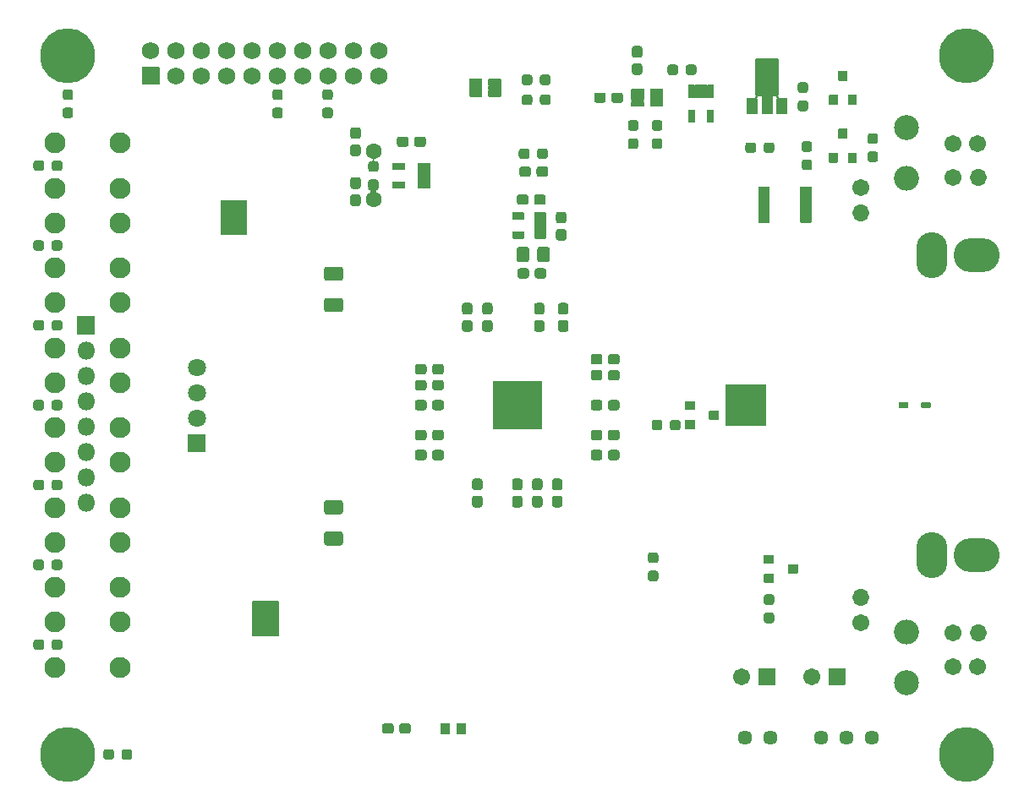
<source format=gbs>
G04 #@! TF.GenerationSoftware,KiCad,Pcbnew,(5.1.9)-1*
G04 #@! TF.CreationDate,2021-05-07T01:52:01+09:00*
G04 #@! TF.ProjectId,xSSDAC,78535344-4143-42e6-9b69-6361645f7063,rev?*
G04 #@! TF.SameCoordinates,Original*
G04 #@! TF.FileFunction,Soldermask,Bot*
G04 #@! TF.FilePolarity,Negative*
%FSLAX46Y46*%
G04 Gerber Fmt 4.6, Leading zero omitted, Abs format (unit mm)*
G04 Created by KiCad (PCBNEW (5.1.9)-1) date 2021-05-07 01:52:01*
%MOMM*%
%LPD*%
G01*
G04 APERTURE LIST*
%ADD10O,3.102000X4.602000*%
%ADD11O,4.602000X3.402000*%
%ADD12C,2.502000*%
%ADD13O,2.502000X2.502000*%
%ADD14C,1.702000*%
%ADD15O,1.702000X1.702000*%
%ADD16C,1.602000*%
%ADD17C,1.802000*%
%ADD18C,1.451000*%
%ADD19C,0.902000*%
%ADD20C,5.502000*%
%ADD21C,1.752000*%
%ADD22O,1.802000X1.802000*%
%ADD23C,2.102000*%
%ADD24C,0.100000*%
G04 APERTURE END LIST*
D10*
X185700000Y-83400000D03*
D11*
X190200000Y-83400000D03*
D10*
X185700000Y-113400000D03*
D11*
X190200000Y-113400000D03*
D12*
X183200000Y-126200000D03*
D13*
X183200000Y-121120000D03*
D14*
X178600000Y-76600000D03*
D15*
X178600000Y-79140000D03*
G36*
G01*
X146199000Y-83804298D02*
X146199000Y-82795702D01*
G75*
G02*
X146470702Y-82524000I271702J0D01*
G01*
X147204298Y-82524000D01*
G75*
G02*
X147476000Y-82795702I0J-271702D01*
G01*
X147476000Y-83804298D01*
G75*
G02*
X147204298Y-84076000I-271702J0D01*
G01*
X146470702Y-84076000D01*
G75*
G02*
X146199000Y-83804298I0J271702D01*
G01*
G37*
G36*
G01*
X144124000Y-83804298D02*
X144124000Y-82795702D01*
G75*
G02*
X144395702Y-82524000I271702J0D01*
G01*
X145129298Y-82524000D01*
G75*
G02*
X145401000Y-82795702I0J-271702D01*
G01*
X145401000Y-83804298D01*
G75*
G02*
X145129298Y-84076000I-271702J0D01*
G01*
X144395702Y-84076000D01*
G75*
G02*
X144124000Y-83804298I0J271702D01*
G01*
G37*
G36*
G01*
X148863000Y-80188500D02*
X148337000Y-80188500D01*
G75*
G02*
X148074000Y-79925500I0J263000D01*
G01*
X148074000Y-79274500D01*
G75*
G02*
X148337000Y-79011500I263000J0D01*
G01*
X148863000Y-79011500D01*
G75*
G02*
X149126000Y-79274500I0J-263000D01*
G01*
X149126000Y-79925500D01*
G75*
G02*
X148863000Y-80188500I-263000J0D01*
G01*
G37*
G36*
G01*
X148863000Y-81913500D02*
X148337000Y-81913500D01*
G75*
G02*
X148074000Y-81650500I0J263000D01*
G01*
X148074000Y-80999500D01*
G75*
G02*
X148337000Y-80736500I263000J0D01*
G01*
X148863000Y-80736500D01*
G75*
G02*
X149126000Y-80999500I0J-263000D01*
G01*
X149126000Y-81650500D01*
G75*
G02*
X148863000Y-81913500I-263000J0D01*
G01*
G37*
G36*
G01*
X157937000Y-71661500D02*
X158463000Y-71661500D01*
G75*
G02*
X158726000Y-71924500I0J-263000D01*
G01*
X158726000Y-72475500D01*
G75*
G02*
X158463000Y-72738500I-263000J0D01*
G01*
X157937000Y-72738500D01*
G75*
G02*
X157674000Y-72475500I0J263000D01*
G01*
X157674000Y-71924500D01*
G75*
G02*
X157937000Y-71661500I263000J0D01*
G01*
G37*
G36*
G01*
X157937000Y-69836500D02*
X158463000Y-69836500D01*
G75*
G02*
X158726000Y-70099500I0J-263000D01*
G01*
X158726000Y-70650500D01*
G75*
G02*
X158463000Y-70913500I-263000J0D01*
G01*
X157937000Y-70913500D01*
G75*
G02*
X157674000Y-70650500I0J263000D01*
G01*
X157674000Y-70099500D01*
G75*
G02*
X157937000Y-69836500I263000J0D01*
G01*
G37*
G36*
G01*
X135450000Y-74801000D02*
X134250000Y-74801000D01*
G75*
G02*
X134199000Y-74750000I0J51000D01*
G01*
X134199000Y-74150000D01*
G75*
G02*
X134250000Y-74099000I51000J0D01*
G01*
X135450000Y-74099000D01*
G75*
G02*
X135501000Y-74150000I0J-51000D01*
G01*
X135501000Y-74750000D01*
G75*
G02*
X135450000Y-74801000I-51000J0D01*
G01*
G37*
G36*
G01*
X135450000Y-75751000D02*
X134250000Y-75751000D01*
G75*
G02*
X134199000Y-75700000I0J51000D01*
G01*
X134199000Y-75100000D01*
G75*
G02*
X134250000Y-75049000I51000J0D01*
G01*
X135450000Y-75049000D01*
G75*
G02*
X135501000Y-75100000I0J-51000D01*
G01*
X135501000Y-75700000D01*
G75*
G02*
X135450000Y-75751000I-51000J0D01*
G01*
G37*
G36*
G01*
X135450000Y-76701000D02*
X134250000Y-76701000D01*
G75*
G02*
X134199000Y-76650000I0J51000D01*
G01*
X134199000Y-76050000D01*
G75*
G02*
X134250000Y-75999000I51000J0D01*
G01*
X135450000Y-75999000D01*
G75*
G02*
X135501000Y-76050000I0J-51000D01*
G01*
X135501000Y-76650000D01*
G75*
G02*
X135450000Y-76701000I-51000J0D01*
G01*
G37*
G36*
G01*
X132950000Y-76701000D02*
X131750000Y-76701000D01*
G75*
G02*
X131699000Y-76650000I0J51000D01*
G01*
X131699000Y-76050000D01*
G75*
G02*
X131750000Y-75999000I51000J0D01*
G01*
X132950000Y-75999000D01*
G75*
G02*
X133001000Y-76050000I0J-51000D01*
G01*
X133001000Y-76650000D01*
G75*
G02*
X132950000Y-76701000I-51000J0D01*
G01*
G37*
G36*
G01*
X132950000Y-74801000D02*
X131750000Y-74801000D01*
G75*
G02*
X131699000Y-74750000I0J51000D01*
G01*
X131699000Y-74150000D01*
G75*
G02*
X131750000Y-74099000I51000J0D01*
G01*
X132950000Y-74099000D01*
G75*
G02*
X133001000Y-74150000I0J-51000D01*
G01*
X133001000Y-74750000D01*
G75*
G02*
X132950000Y-74801000I-51000J0D01*
G01*
G37*
G36*
G01*
X147051000Y-77537000D02*
X147051000Y-78063000D01*
G75*
G02*
X146788000Y-78326000I-263000J0D01*
G01*
X146137000Y-78326000D01*
G75*
G02*
X145874000Y-78063000I0J263000D01*
G01*
X145874000Y-77537000D01*
G75*
G02*
X146137000Y-77274000I263000J0D01*
G01*
X146788000Y-77274000D01*
G75*
G02*
X147051000Y-77537000I0J-263000D01*
G01*
G37*
G36*
G01*
X145326000Y-77537000D02*
X145326000Y-78063000D01*
G75*
G02*
X145063000Y-78326000I-263000J0D01*
G01*
X144412000Y-78326000D01*
G75*
G02*
X144149000Y-78063000I0J263000D01*
G01*
X144149000Y-77537000D01*
G75*
G02*
X144412000Y-77274000I263000J0D01*
G01*
X145063000Y-77274000D01*
G75*
G02*
X145326000Y-77537000I0J-263000D01*
G01*
G37*
G36*
G01*
X117669000Y-121525001D02*
X117669000Y-118074999D01*
G75*
G02*
X117719999Y-118024000I50999J0D01*
G01*
X120280001Y-118024000D01*
G75*
G02*
X120331000Y-118074999I0J-50999D01*
G01*
X120331000Y-121525001D01*
G75*
G02*
X120280001Y-121576000I-50999J0D01*
G01*
X117719999Y-121576000D01*
G75*
G02*
X117669000Y-121525001I0J50999D01*
G01*
G37*
G36*
G01*
X135051000Y-71737000D02*
X135051000Y-72263000D01*
G75*
G02*
X134788000Y-72526000I-263000J0D01*
G01*
X134137000Y-72526000D01*
G75*
G02*
X133874000Y-72263000I0J263000D01*
G01*
X133874000Y-71737000D01*
G75*
G02*
X134137000Y-71474000I263000J0D01*
G01*
X134788000Y-71474000D01*
G75*
G02*
X135051000Y-71737000I0J-263000D01*
G01*
G37*
G36*
G01*
X133326000Y-71737000D02*
X133326000Y-72263000D01*
G75*
G02*
X133063000Y-72526000I-263000J0D01*
G01*
X132412000Y-72526000D01*
G75*
G02*
X132149000Y-72263000I0J263000D01*
G01*
X132149000Y-71737000D01*
G75*
G02*
X132412000Y-71474000I263000J0D01*
G01*
X133063000Y-71474000D01*
G75*
G02*
X133326000Y-71737000I0J-263000D01*
G01*
G37*
D16*
X129800000Y-72920000D03*
X129800000Y-77800000D03*
D17*
X112100000Y-94590000D03*
X112100000Y-97130000D03*
X112100000Y-99670000D03*
G36*
G01*
X112950000Y-103111000D02*
X111250000Y-103111000D01*
G75*
G02*
X111199000Y-103060000I0J51000D01*
G01*
X111199000Y-101360000D01*
G75*
G02*
X111250000Y-101309000I51000J0D01*
G01*
X112950000Y-101309000D01*
G75*
G02*
X113001000Y-101360000I0J-51000D01*
G01*
X113001000Y-103060000D01*
G75*
G02*
X112950000Y-103111000I-51000J0D01*
G01*
G37*
G36*
G01*
X142550000Y-66201000D02*
X141350000Y-66201000D01*
G75*
G02*
X141299000Y-66150000I0J51000D01*
G01*
X141299000Y-65750000D01*
G75*
G02*
X141350000Y-65699000I51000J0D01*
G01*
X142550000Y-65699000D01*
G75*
G02*
X142601000Y-65750000I0J-51000D01*
G01*
X142601000Y-66150000D01*
G75*
G02*
X142550000Y-66201000I-51000J0D01*
G01*
G37*
G36*
G01*
X142550000Y-66851000D02*
X141350000Y-66851000D01*
G75*
G02*
X141299000Y-66800000I0J51000D01*
G01*
X141299000Y-66400000D01*
G75*
G02*
X141350000Y-66349000I51000J0D01*
G01*
X142550000Y-66349000D01*
G75*
G02*
X142601000Y-66400000I0J-51000D01*
G01*
X142601000Y-66800000D01*
G75*
G02*
X142550000Y-66851000I-51000J0D01*
G01*
G37*
G36*
G01*
X142550000Y-67501000D02*
X141350000Y-67501000D01*
G75*
G02*
X141299000Y-67450000I0J51000D01*
G01*
X141299000Y-67050000D01*
G75*
G02*
X141350000Y-66999000I51000J0D01*
G01*
X142550000Y-66999000D01*
G75*
G02*
X142601000Y-67050000I0J-51000D01*
G01*
X142601000Y-67450000D01*
G75*
G02*
X142550000Y-67501000I-51000J0D01*
G01*
G37*
G36*
G01*
X140650000Y-67501000D02*
X139450000Y-67501000D01*
G75*
G02*
X139399000Y-67450000I0J51000D01*
G01*
X139399000Y-67050000D01*
G75*
G02*
X139450000Y-66999000I51000J0D01*
G01*
X140650000Y-66999000D01*
G75*
G02*
X140701000Y-67050000I0J-51000D01*
G01*
X140701000Y-67450000D01*
G75*
G02*
X140650000Y-67501000I-51000J0D01*
G01*
G37*
G36*
G01*
X140650000Y-66851000D02*
X139450000Y-66851000D01*
G75*
G02*
X139399000Y-66800000I0J51000D01*
G01*
X139399000Y-66400000D01*
G75*
G02*
X139450000Y-66349000I51000J0D01*
G01*
X140650000Y-66349000D01*
G75*
G02*
X140701000Y-66400000I0J-51000D01*
G01*
X140701000Y-66800000D01*
G75*
G02*
X140650000Y-66851000I-51000J0D01*
G01*
G37*
G36*
G01*
X140650000Y-66201000D02*
X139450000Y-66201000D01*
G75*
G02*
X139399000Y-66150000I0J51000D01*
G01*
X139399000Y-65750000D01*
G75*
G02*
X139450000Y-65699000I51000J0D01*
G01*
X140650000Y-65699000D01*
G75*
G02*
X140701000Y-65750000I0J-51000D01*
G01*
X140701000Y-66150000D01*
G75*
G02*
X140650000Y-66201000I-51000J0D01*
G01*
G37*
G36*
G01*
X117131000Y-77874999D02*
X117131000Y-81325001D01*
G75*
G02*
X117080001Y-81376000I-50999J0D01*
G01*
X114519999Y-81376000D01*
G75*
G02*
X114469000Y-81325001I0J50999D01*
G01*
X114469000Y-77874999D01*
G75*
G02*
X114519999Y-77824000I50999J0D01*
G01*
X117080001Y-77824000D01*
G75*
G02*
X117131000Y-77874999I0J-50999D01*
G01*
G37*
G36*
G01*
X173661000Y-76540000D02*
X173661000Y-80060000D01*
G75*
G02*
X173610000Y-80111000I-51000J0D01*
G01*
X172590000Y-80111000D01*
G75*
G02*
X172539000Y-80060000I0J51000D01*
G01*
X172539000Y-76540000D01*
G75*
G02*
X172590000Y-76489000I51000J0D01*
G01*
X173610000Y-76489000D01*
G75*
G02*
X173661000Y-76540000I0J-51000D01*
G01*
G37*
G36*
G01*
X169461000Y-76540000D02*
X169461000Y-80060000D01*
G75*
G02*
X169410000Y-80111000I-51000J0D01*
G01*
X168390000Y-80111000D01*
G75*
G02*
X168339000Y-80060000I0J51000D01*
G01*
X168339000Y-76540000D01*
G75*
G02*
X168390000Y-76489000I51000J0D01*
G01*
X169410000Y-76489000D01*
G75*
G02*
X169461000Y-76540000I0J-51000D01*
G01*
G37*
D14*
X190300000Y-124600000D03*
X187800000Y-124600000D03*
X187800000Y-72200000D03*
X190300000Y-72200000D03*
G36*
G01*
X177200000Y-71701000D02*
X176400000Y-71701000D01*
G75*
G02*
X176349000Y-71650000I0J51000D01*
G01*
X176349000Y-70750000D01*
G75*
G02*
X176400000Y-70699000I51000J0D01*
G01*
X177200000Y-70699000D01*
G75*
G02*
X177251000Y-70750000I0J-51000D01*
G01*
X177251000Y-71650000D01*
G75*
G02*
X177200000Y-71701000I-51000J0D01*
G01*
G37*
G36*
G01*
X176250000Y-74101000D02*
X175450000Y-74101000D01*
G75*
G02*
X175399000Y-74050000I0J51000D01*
G01*
X175399000Y-73150000D01*
G75*
G02*
X175450000Y-73099000I51000J0D01*
G01*
X176250000Y-73099000D01*
G75*
G02*
X176301000Y-73150000I0J-51000D01*
G01*
X176301000Y-74050000D01*
G75*
G02*
X176250000Y-74101000I-51000J0D01*
G01*
G37*
G36*
G01*
X178150000Y-74101000D02*
X177350000Y-74101000D01*
G75*
G02*
X177299000Y-74050000I0J51000D01*
G01*
X177299000Y-73150000D01*
G75*
G02*
X177350000Y-73099000I51000J0D01*
G01*
X178150000Y-73099000D01*
G75*
G02*
X178201000Y-73150000I0J-51000D01*
G01*
X178201000Y-74050000D01*
G75*
G02*
X178150000Y-74101000I-51000J0D01*
G01*
G37*
G36*
G01*
X178150000Y-68301000D02*
X177350000Y-68301000D01*
G75*
G02*
X177299000Y-68250000I0J51000D01*
G01*
X177299000Y-67350000D01*
G75*
G02*
X177350000Y-67299000I51000J0D01*
G01*
X178150000Y-67299000D01*
G75*
G02*
X178201000Y-67350000I0J-51000D01*
G01*
X178201000Y-68250000D01*
G75*
G02*
X178150000Y-68301000I-51000J0D01*
G01*
G37*
G36*
G01*
X176250000Y-68301000D02*
X175450000Y-68301000D01*
G75*
G02*
X175399000Y-68250000I0J51000D01*
G01*
X175399000Y-67350000D01*
G75*
G02*
X175450000Y-67299000I51000J0D01*
G01*
X176250000Y-67299000D01*
G75*
G02*
X176301000Y-67350000I0J-51000D01*
G01*
X176301000Y-68250000D01*
G75*
G02*
X176250000Y-68301000I-51000J0D01*
G01*
G37*
G36*
G01*
X177200000Y-65901000D02*
X176400000Y-65901000D01*
G75*
G02*
X176349000Y-65850000I0J51000D01*
G01*
X176349000Y-64950000D01*
G75*
G02*
X176400000Y-64899000I51000J0D01*
G01*
X177200000Y-64899000D01*
G75*
G02*
X177251000Y-64950000I0J-51000D01*
G01*
X177251000Y-65850000D01*
G75*
G02*
X177200000Y-65901000I-51000J0D01*
G01*
G37*
G36*
G01*
X171299000Y-115200000D02*
X171299000Y-114400000D01*
G75*
G02*
X171350000Y-114349000I51000J0D01*
G01*
X172250000Y-114349000D01*
G75*
G02*
X172301000Y-114400000I0J-51000D01*
G01*
X172301000Y-115200000D01*
G75*
G02*
X172250000Y-115251000I-51000J0D01*
G01*
X171350000Y-115251000D01*
G75*
G02*
X171299000Y-115200000I0J51000D01*
G01*
G37*
G36*
G01*
X168899000Y-114250000D02*
X168899000Y-113450000D01*
G75*
G02*
X168950000Y-113399000I51000J0D01*
G01*
X169850000Y-113399000D01*
G75*
G02*
X169901000Y-113450000I0J-51000D01*
G01*
X169901000Y-114250000D01*
G75*
G02*
X169850000Y-114301000I-51000J0D01*
G01*
X168950000Y-114301000D01*
G75*
G02*
X168899000Y-114250000I0J51000D01*
G01*
G37*
G36*
G01*
X168899000Y-116150000D02*
X168899000Y-115350000D01*
G75*
G02*
X168950000Y-115299000I51000J0D01*
G01*
X169850000Y-115299000D01*
G75*
G02*
X169901000Y-115350000I0J-51000D01*
G01*
X169901000Y-116150000D01*
G75*
G02*
X169850000Y-116201000I-51000J0D01*
G01*
X168950000Y-116201000D01*
G75*
G02*
X168899000Y-116150000I0J51000D01*
G01*
G37*
D18*
X167000000Y-131750000D03*
X169540000Y-131750000D03*
X174620000Y-131750000D03*
X177160000Y-131750000D03*
X179700000Y-131750000D03*
G36*
G01*
X136524000Y-131300000D02*
X136524000Y-130300000D01*
G75*
G02*
X136575000Y-130249000I51000J0D01*
G01*
X137425000Y-130249000D01*
G75*
G02*
X137476000Y-130300000I0J-51000D01*
G01*
X137476000Y-131300000D01*
G75*
G02*
X137425000Y-131351000I-51000J0D01*
G01*
X136575000Y-131351000D01*
G75*
G02*
X136524000Y-131300000I0J51000D01*
G01*
G37*
G36*
G01*
X138124000Y-131300000D02*
X138124000Y-130300000D01*
G75*
G02*
X138175000Y-130249000I51000J0D01*
G01*
X139025000Y-130249000D01*
G75*
G02*
X139076000Y-130300000I0J-51000D01*
G01*
X139076000Y-131300000D01*
G75*
G02*
X139025000Y-131351000I-51000J0D01*
G01*
X138175000Y-131351000D01*
G75*
G02*
X138124000Y-131300000I0J51000D01*
G01*
G37*
G36*
G01*
X162001000Y-66350000D02*
X162001000Y-67550000D01*
G75*
G02*
X161950000Y-67601000I-51000J0D01*
G01*
X161350000Y-67601000D01*
G75*
G02*
X161299000Y-67550000I0J51000D01*
G01*
X161299000Y-66350000D01*
G75*
G02*
X161350000Y-66299000I51000J0D01*
G01*
X161950000Y-66299000D01*
G75*
G02*
X162001000Y-66350000I0J-51000D01*
G01*
G37*
G36*
G01*
X162951000Y-66350000D02*
X162951000Y-67550000D01*
G75*
G02*
X162900000Y-67601000I-51000J0D01*
G01*
X162300000Y-67601000D01*
G75*
G02*
X162249000Y-67550000I0J51000D01*
G01*
X162249000Y-66350000D01*
G75*
G02*
X162300000Y-66299000I51000J0D01*
G01*
X162900000Y-66299000D01*
G75*
G02*
X162951000Y-66350000I0J-51000D01*
G01*
G37*
G36*
G01*
X163901000Y-66350000D02*
X163901000Y-67550000D01*
G75*
G02*
X163850000Y-67601000I-51000J0D01*
G01*
X163250000Y-67601000D01*
G75*
G02*
X163199000Y-67550000I0J51000D01*
G01*
X163199000Y-66350000D01*
G75*
G02*
X163250000Y-66299000I51000J0D01*
G01*
X163850000Y-66299000D01*
G75*
G02*
X163901000Y-66350000I0J-51000D01*
G01*
G37*
G36*
G01*
X163901000Y-68850000D02*
X163901000Y-70050000D01*
G75*
G02*
X163850000Y-70101000I-51000J0D01*
G01*
X163250000Y-70101000D01*
G75*
G02*
X163199000Y-70050000I0J51000D01*
G01*
X163199000Y-68850000D01*
G75*
G02*
X163250000Y-68799000I51000J0D01*
G01*
X163850000Y-68799000D01*
G75*
G02*
X163901000Y-68850000I0J-51000D01*
G01*
G37*
G36*
G01*
X162001000Y-68850000D02*
X162001000Y-70050000D01*
G75*
G02*
X161950000Y-70101000I-51000J0D01*
G01*
X161350000Y-70101000D01*
G75*
G02*
X161299000Y-70050000I0J51000D01*
G01*
X161299000Y-68850000D01*
G75*
G02*
X161350000Y-68799000I51000J0D01*
G01*
X161950000Y-68799000D01*
G75*
G02*
X162001000Y-68850000I0J-51000D01*
G01*
G37*
G36*
G01*
X158750000Y-67201000D02*
X157550000Y-67201000D01*
G75*
G02*
X157499000Y-67150000I0J51000D01*
G01*
X157499000Y-66750000D01*
G75*
G02*
X157550000Y-66699000I51000J0D01*
G01*
X158750000Y-66699000D01*
G75*
G02*
X158801000Y-66750000I0J-51000D01*
G01*
X158801000Y-67150000D01*
G75*
G02*
X158750000Y-67201000I-51000J0D01*
G01*
G37*
G36*
G01*
X158750000Y-67851000D02*
X157550000Y-67851000D01*
G75*
G02*
X157499000Y-67800000I0J51000D01*
G01*
X157499000Y-67400000D01*
G75*
G02*
X157550000Y-67349000I51000J0D01*
G01*
X158750000Y-67349000D01*
G75*
G02*
X158801000Y-67400000I0J-51000D01*
G01*
X158801000Y-67800000D01*
G75*
G02*
X158750000Y-67851000I-51000J0D01*
G01*
G37*
G36*
G01*
X158750000Y-68501000D02*
X157550000Y-68501000D01*
G75*
G02*
X157499000Y-68450000I0J51000D01*
G01*
X157499000Y-68050000D01*
G75*
G02*
X157550000Y-67999000I51000J0D01*
G01*
X158750000Y-67999000D01*
G75*
G02*
X158801000Y-68050000I0J-51000D01*
G01*
X158801000Y-68450000D01*
G75*
G02*
X158750000Y-68501000I-51000J0D01*
G01*
G37*
G36*
G01*
X156850000Y-68501000D02*
X155650000Y-68501000D01*
G75*
G02*
X155599000Y-68450000I0J51000D01*
G01*
X155599000Y-68050000D01*
G75*
G02*
X155650000Y-67999000I51000J0D01*
G01*
X156850000Y-67999000D01*
G75*
G02*
X156901000Y-68050000I0J-51000D01*
G01*
X156901000Y-68450000D01*
G75*
G02*
X156850000Y-68501000I-51000J0D01*
G01*
G37*
G36*
G01*
X156850000Y-67851000D02*
X155650000Y-67851000D01*
G75*
G02*
X155599000Y-67800000I0J51000D01*
G01*
X155599000Y-67400000D01*
G75*
G02*
X155650000Y-67349000I51000J0D01*
G01*
X156850000Y-67349000D01*
G75*
G02*
X156901000Y-67400000I0J-51000D01*
G01*
X156901000Y-67800000D01*
G75*
G02*
X156850000Y-67851000I-51000J0D01*
G01*
G37*
G36*
G01*
X156850000Y-67201000D02*
X155650000Y-67201000D01*
G75*
G02*
X155599000Y-67150000I0J51000D01*
G01*
X155599000Y-66750000D01*
G75*
G02*
X155650000Y-66699000I51000J0D01*
G01*
X156850000Y-66699000D01*
G75*
G02*
X156901000Y-66750000I0J-51000D01*
G01*
X156901000Y-67150000D01*
G75*
G02*
X156850000Y-67201000I-51000J0D01*
G01*
G37*
G36*
G01*
X144881000Y-79124999D02*
X144881000Y-79775001D01*
G75*
G02*
X144830001Y-79826000I-50999J0D01*
G01*
X143769999Y-79826000D01*
G75*
G02*
X143719000Y-79775001I0J50999D01*
G01*
X143719000Y-79124999D01*
G75*
G02*
X143769999Y-79074000I50999J0D01*
G01*
X144830001Y-79074000D01*
G75*
G02*
X144881000Y-79124999I0J-50999D01*
G01*
G37*
G36*
G01*
X144881000Y-81024999D02*
X144881000Y-81675001D01*
G75*
G02*
X144830001Y-81726000I-50999J0D01*
G01*
X143769999Y-81726000D01*
G75*
G02*
X143719000Y-81675001I0J50999D01*
G01*
X143719000Y-81024999D01*
G75*
G02*
X143769999Y-80974000I50999J0D01*
G01*
X144830001Y-80974000D01*
G75*
G02*
X144881000Y-81024999I0J-50999D01*
G01*
G37*
G36*
G01*
X147081000Y-81024999D02*
X147081000Y-81675001D01*
G75*
G02*
X147030001Y-81726000I-50999J0D01*
G01*
X145969999Y-81726000D01*
G75*
G02*
X145919000Y-81675001I0J50999D01*
G01*
X145919000Y-81024999D01*
G75*
G02*
X145969999Y-80974000I50999J0D01*
G01*
X147030001Y-80974000D01*
G75*
G02*
X147081000Y-81024999I0J-50999D01*
G01*
G37*
G36*
G01*
X147081000Y-80074999D02*
X147081000Y-80725001D01*
G75*
G02*
X147030001Y-80776000I-50999J0D01*
G01*
X145969999Y-80776000D01*
G75*
G02*
X145919000Y-80725001I0J50999D01*
G01*
X145919000Y-80074999D01*
G75*
G02*
X145969999Y-80024000I50999J0D01*
G01*
X147030001Y-80024000D01*
G75*
G02*
X147081000Y-80074999I0J-50999D01*
G01*
G37*
G36*
G01*
X147081000Y-79124999D02*
X147081000Y-79775001D01*
G75*
G02*
X147030001Y-79826000I-50999J0D01*
G01*
X145969999Y-79826000D01*
G75*
G02*
X145919000Y-79775001I0J50999D01*
G01*
X145919000Y-79124999D01*
G75*
G02*
X145969999Y-79074000I50999J0D01*
G01*
X147030001Y-79074000D01*
G75*
G02*
X147081000Y-79124999I0J-50999D01*
G01*
G37*
D14*
X173700000Y-125600000D03*
G36*
G01*
X177051000Y-124800000D02*
X177051000Y-126400000D01*
G75*
G02*
X177000000Y-126451000I-51000J0D01*
G01*
X175400000Y-126451000D01*
G75*
G02*
X175349000Y-126400000I0J51000D01*
G01*
X175349000Y-124800000D01*
G75*
G02*
X175400000Y-124749000I51000J0D01*
G01*
X177000000Y-124749000D01*
G75*
G02*
X177051000Y-124800000I0J-51000D01*
G01*
G37*
G36*
G01*
X170051000Y-124800000D02*
X170051000Y-126400000D01*
G75*
G02*
X170000000Y-126451000I-51000J0D01*
G01*
X168400000Y-126451000D01*
G75*
G02*
X168349000Y-126400000I0J51000D01*
G01*
X168349000Y-124800000D01*
G75*
G02*
X168400000Y-124749000I51000J0D01*
G01*
X170000000Y-124749000D01*
G75*
G02*
X170051000Y-124800000I0J-51000D01*
G01*
G37*
X166700000Y-125600000D03*
G36*
G01*
X183310000Y-98661000D02*
X182440000Y-98661000D01*
G75*
G02*
X182389000Y-98610000I0J51000D01*
G01*
X182389000Y-98190000D01*
G75*
G02*
X182440000Y-98139000I51000J0D01*
G01*
X183310000Y-98139000D01*
G75*
G02*
X183361000Y-98190000I0J-51000D01*
G01*
X183361000Y-98610000D01*
G75*
G02*
X183310000Y-98661000I-51000J0D01*
G01*
G37*
G36*
G01*
X185560000Y-98661000D02*
X184690000Y-98661000D01*
G75*
G02*
X184639000Y-98610000I0J51000D01*
G01*
X184639000Y-98190000D01*
G75*
G02*
X184690000Y-98139000I51000J0D01*
G01*
X185560000Y-98139000D01*
G75*
G02*
X185611000Y-98190000I0J-51000D01*
G01*
X185611000Y-98610000D01*
G75*
G02*
X185560000Y-98661000I-51000J0D01*
G01*
G37*
D13*
X183200000Y-75680000D03*
D12*
X183200000Y-70600000D03*
G36*
G01*
X163399000Y-99800000D02*
X163399000Y-99000000D01*
G75*
G02*
X163450000Y-98949000I51000J0D01*
G01*
X164350000Y-98949000D01*
G75*
G02*
X164401000Y-99000000I0J-51000D01*
G01*
X164401000Y-99800000D01*
G75*
G02*
X164350000Y-99851000I-51000J0D01*
G01*
X163450000Y-99851000D01*
G75*
G02*
X163399000Y-99800000I0J51000D01*
G01*
G37*
G36*
G01*
X160999000Y-98850000D02*
X160999000Y-98050000D01*
G75*
G02*
X161050000Y-97999000I51000J0D01*
G01*
X161950000Y-97999000D01*
G75*
G02*
X162001000Y-98050000I0J-51000D01*
G01*
X162001000Y-98850000D01*
G75*
G02*
X161950000Y-98901000I-51000J0D01*
G01*
X161050000Y-98901000D01*
G75*
G02*
X160999000Y-98850000I0J51000D01*
G01*
G37*
G36*
G01*
X160999000Y-100750000D02*
X160999000Y-99950000D01*
G75*
G02*
X161050000Y-99899000I51000J0D01*
G01*
X161950000Y-99899000D01*
G75*
G02*
X162001000Y-99950000I0J-51000D01*
G01*
X162001000Y-100750000D01*
G75*
G02*
X161950000Y-100801000I-51000J0D01*
G01*
X161050000Y-100801000D01*
G75*
G02*
X160999000Y-100750000I0J51000D01*
G01*
G37*
D14*
X178600000Y-120200000D03*
D15*
X178600000Y-117660000D03*
X190400000Y-75600000D03*
D14*
X187860000Y-75600000D03*
D15*
X190400000Y-121200000D03*
D14*
X187860000Y-121200000D03*
G36*
G01*
X171251000Y-67700000D02*
X171251000Y-69200000D01*
G75*
G02*
X171200000Y-69251000I-51000J0D01*
G01*
X170200000Y-69251000D01*
G75*
G02*
X170149000Y-69200000I0J51000D01*
G01*
X170149000Y-67700000D01*
G75*
G02*
X170200000Y-67649000I51000J0D01*
G01*
X171200000Y-67649000D01*
G75*
G02*
X171251000Y-67700000I0J-51000D01*
G01*
G37*
G36*
G01*
X169751000Y-67400000D02*
X169751000Y-69200000D01*
G75*
G02*
X169700000Y-69251000I-51000J0D01*
G01*
X168700000Y-69251000D01*
G75*
G02*
X168649000Y-69200000I0J51000D01*
G01*
X168649000Y-67400000D01*
G75*
G02*
X168700000Y-67349000I51000J0D01*
G01*
X169700000Y-67349000D01*
G75*
G02*
X169751000Y-67400000I0J-51000D01*
G01*
G37*
G36*
G01*
X168251000Y-67700000D02*
X168251000Y-69200000D01*
G75*
G02*
X168200000Y-69251000I-51000J0D01*
G01*
X167200000Y-69251000D01*
G75*
G02*
X167149000Y-69200000I0J51000D01*
G01*
X167149000Y-67700000D01*
G75*
G02*
X167200000Y-67649000I51000J0D01*
G01*
X168200000Y-67649000D01*
G75*
G02*
X168251000Y-67700000I0J-51000D01*
G01*
G37*
G36*
G01*
X170351000Y-63700000D02*
X170351000Y-67400000D01*
G75*
G02*
X170300000Y-67451000I-51000J0D01*
G01*
X168100000Y-67451000D01*
G75*
G02*
X168049000Y-67400000I0J51000D01*
G01*
X168049000Y-63700000D01*
G75*
G02*
X168100000Y-63649000I51000J0D01*
G01*
X170300000Y-63649000D01*
G75*
G02*
X170351000Y-63700000I0J-51000D01*
G01*
G37*
G36*
G01*
X141749000Y-100800000D02*
X141749000Y-96000000D01*
G75*
G02*
X141800000Y-95949000I51000J0D01*
G01*
X146600000Y-95949000D01*
G75*
G02*
X146651000Y-96000000I0J-51000D01*
G01*
X146651000Y-100800000D01*
G75*
G02*
X146600000Y-100851000I-51000J0D01*
G01*
X141800000Y-100851000D01*
G75*
G02*
X141749000Y-100800000I0J51000D01*
G01*
G37*
D19*
X100631891Y-61968109D03*
X99200000Y-61375000D03*
X97768109Y-61968109D03*
X97175000Y-63400000D03*
X97768109Y-64831891D03*
X99200000Y-65425000D03*
X100631891Y-64831891D03*
X101225000Y-63400000D03*
D20*
X99200000Y-63400000D03*
X99200000Y-133400000D03*
D19*
X101225000Y-133400000D03*
X100631891Y-134831891D03*
X99200000Y-135425000D03*
X97768109Y-134831891D03*
X97175000Y-133400000D03*
X97768109Y-131968109D03*
X99200000Y-131375000D03*
X100631891Y-131968109D03*
D20*
X189200000Y-63400000D03*
D19*
X191225000Y-63400000D03*
X190631891Y-64831891D03*
X189200000Y-65425000D03*
X187768109Y-64831891D03*
X187175000Y-63400000D03*
X187768109Y-61968109D03*
X189200000Y-61375000D03*
X190631891Y-61968109D03*
X190631891Y-131968109D03*
X189200000Y-131375000D03*
X187768109Y-131968109D03*
X187175000Y-133400000D03*
X187768109Y-134831891D03*
X189200000Y-135425000D03*
X190631891Y-134831891D03*
X191225000Y-133400000D03*
D20*
X189200000Y-133400000D03*
G36*
G01*
X159236500Y-65063000D02*
X159236500Y-64537000D01*
G75*
G02*
X159499500Y-64274000I263000J0D01*
G01*
X160050500Y-64274000D01*
G75*
G02*
X160313500Y-64537000I0J-263000D01*
G01*
X160313500Y-65063000D01*
G75*
G02*
X160050500Y-65326000I-263000J0D01*
G01*
X159499500Y-65326000D01*
G75*
G02*
X159236500Y-65063000I0J263000D01*
G01*
G37*
G36*
G01*
X161061500Y-65063000D02*
X161061500Y-64537000D01*
G75*
G02*
X161324500Y-64274000I263000J0D01*
G01*
X161875500Y-64274000D01*
G75*
G02*
X162138500Y-64537000I0J-263000D01*
G01*
X162138500Y-65063000D01*
G75*
G02*
X161875500Y-65326000I-263000J0D01*
G01*
X161324500Y-65326000D01*
G75*
G02*
X161061500Y-65063000I0J263000D01*
G01*
G37*
G36*
G01*
X156063000Y-72738500D02*
X155537000Y-72738500D01*
G75*
G02*
X155274000Y-72475500I0J263000D01*
G01*
X155274000Y-71924500D01*
G75*
G02*
X155537000Y-71661500I263000J0D01*
G01*
X156063000Y-71661500D01*
G75*
G02*
X156326000Y-71924500I0J-263000D01*
G01*
X156326000Y-72475500D01*
G75*
G02*
X156063000Y-72738500I-263000J0D01*
G01*
G37*
G36*
G01*
X156063000Y-70913500D02*
X155537000Y-70913500D01*
G75*
G02*
X155274000Y-70650500I0J263000D01*
G01*
X155274000Y-70099500D01*
G75*
G02*
X155537000Y-69836500I263000J0D01*
G01*
X156063000Y-69836500D01*
G75*
G02*
X156326000Y-70099500I0J-263000D01*
G01*
X156326000Y-70650500D01*
G75*
G02*
X156063000Y-70913500I-263000J0D01*
G01*
G37*
G36*
G01*
X119937000Y-66749000D02*
X120463000Y-66749000D01*
G75*
G02*
X120726000Y-67012000I0J-263000D01*
G01*
X120726000Y-67563000D01*
G75*
G02*
X120463000Y-67826000I-263000J0D01*
G01*
X119937000Y-67826000D01*
G75*
G02*
X119674000Y-67563000I0J263000D01*
G01*
X119674000Y-67012000D01*
G75*
G02*
X119937000Y-66749000I263000J0D01*
G01*
G37*
G36*
G01*
X119937000Y-68574000D02*
X120463000Y-68574000D01*
G75*
G02*
X120726000Y-68837000I0J-263000D01*
G01*
X120726000Y-69388000D01*
G75*
G02*
X120463000Y-69651000I-263000J0D01*
G01*
X119937000Y-69651000D01*
G75*
G02*
X119674000Y-69388000I0J263000D01*
G01*
X119674000Y-68837000D01*
G75*
G02*
X119937000Y-68574000I263000J0D01*
G01*
G37*
G36*
G01*
X124937000Y-66749000D02*
X125463000Y-66749000D01*
G75*
G02*
X125726000Y-67012000I0J-263000D01*
G01*
X125726000Y-67563000D01*
G75*
G02*
X125463000Y-67826000I-263000J0D01*
G01*
X124937000Y-67826000D01*
G75*
G02*
X124674000Y-67563000I0J263000D01*
G01*
X124674000Y-67012000D01*
G75*
G02*
X124937000Y-66749000I263000J0D01*
G01*
G37*
G36*
G01*
X124937000Y-68574000D02*
X125463000Y-68574000D01*
G75*
G02*
X125726000Y-68837000I0J-263000D01*
G01*
X125726000Y-69388000D01*
G75*
G02*
X125463000Y-69651000I-263000J0D01*
G01*
X124937000Y-69651000D01*
G75*
G02*
X124674000Y-69388000I0J263000D01*
G01*
X124674000Y-68837000D01*
G75*
G02*
X124937000Y-68574000I263000J0D01*
G01*
G37*
G36*
G01*
X145713500Y-65537000D02*
X145713500Y-66063000D01*
G75*
G02*
X145450500Y-66326000I-263000J0D01*
G01*
X144899500Y-66326000D01*
G75*
G02*
X144636500Y-66063000I0J263000D01*
G01*
X144636500Y-65537000D01*
G75*
G02*
X144899500Y-65274000I263000J0D01*
G01*
X145450500Y-65274000D01*
G75*
G02*
X145713500Y-65537000I0J-263000D01*
G01*
G37*
G36*
G01*
X147538500Y-65537000D02*
X147538500Y-66063000D01*
G75*
G02*
X147275500Y-66326000I-263000J0D01*
G01*
X146724500Y-66326000D01*
G75*
G02*
X146461500Y-66063000I0J263000D01*
G01*
X146461500Y-65537000D01*
G75*
G02*
X146724500Y-65274000I263000J0D01*
G01*
X147275500Y-65274000D01*
G75*
G02*
X147538500Y-65537000I0J-263000D01*
G01*
G37*
G36*
G01*
X145713500Y-67537000D02*
X145713500Y-68063000D01*
G75*
G02*
X145450500Y-68326000I-263000J0D01*
G01*
X144899500Y-68326000D01*
G75*
G02*
X144636500Y-68063000I0J263000D01*
G01*
X144636500Y-67537000D01*
G75*
G02*
X144899500Y-67274000I263000J0D01*
G01*
X145450500Y-67274000D01*
G75*
G02*
X145713500Y-67537000I0J-263000D01*
G01*
G37*
G36*
G01*
X147538500Y-67537000D02*
X147538500Y-68063000D01*
G75*
G02*
X147275500Y-68326000I-263000J0D01*
G01*
X146724500Y-68326000D01*
G75*
G02*
X146461500Y-68063000I0J263000D01*
G01*
X146461500Y-67537000D01*
G75*
G02*
X146724500Y-67274000I263000J0D01*
G01*
X147275500Y-67274000D01*
G75*
G02*
X147538500Y-67537000I0J-263000D01*
G01*
G37*
G36*
G01*
X129537000Y-73949000D02*
X130063000Y-73949000D01*
G75*
G02*
X130326000Y-74212000I0J-263000D01*
G01*
X130326000Y-74763000D01*
G75*
G02*
X130063000Y-75026000I-263000J0D01*
G01*
X129537000Y-75026000D01*
G75*
G02*
X129274000Y-74763000I0J263000D01*
G01*
X129274000Y-74212000D01*
G75*
G02*
X129537000Y-73949000I263000J0D01*
G01*
G37*
G36*
G01*
X129537000Y-75774000D02*
X130063000Y-75774000D01*
G75*
G02*
X130326000Y-76037000I0J-263000D01*
G01*
X130326000Y-76588000D01*
G75*
G02*
X130063000Y-76851000I-263000J0D01*
G01*
X129537000Y-76851000D01*
G75*
G02*
X129274000Y-76588000I0J263000D01*
G01*
X129274000Y-76037000D01*
G75*
G02*
X129537000Y-75774000I263000J0D01*
G01*
G37*
G36*
G01*
X157537000Y-113149000D02*
X158063000Y-113149000D01*
G75*
G02*
X158326000Y-113412000I0J-263000D01*
G01*
X158326000Y-113963000D01*
G75*
G02*
X158063000Y-114226000I-263000J0D01*
G01*
X157537000Y-114226000D01*
G75*
G02*
X157274000Y-113963000I0J263000D01*
G01*
X157274000Y-113412000D01*
G75*
G02*
X157537000Y-113149000I263000J0D01*
G01*
G37*
G36*
G01*
X157537000Y-114974000D02*
X158063000Y-114974000D01*
G75*
G02*
X158326000Y-115237000I0J-263000D01*
G01*
X158326000Y-115788000D01*
G75*
G02*
X158063000Y-116051000I-263000J0D01*
G01*
X157537000Y-116051000D01*
G75*
G02*
X157274000Y-115788000I0J263000D01*
G01*
X157274000Y-115237000D01*
G75*
G02*
X157537000Y-114974000I263000J0D01*
G01*
G37*
G36*
G01*
X180063000Y-72226000D02*
X179537000Y-72226000D01*
G75*
G02*
X179274000Y-71963000I0J263000D01*
G01*
X179274000Y-71412000D01*
G75*
G02*
X179537000Y-71149000I263000J0D01*
G01*
X180063000Y-71149000D01*
G75*
G02*
X180326000Y-71412000I0J-263000D01*
G01*
X180326000Y-71963000D01*
G75*
G02*
X180063000Y-72226000I-263000J0D01*
G01*
G37*
G36*
G01*
X180063000Y-74051000D02*
X179537000Y-74051000D01*
G75*
G02*
X179274000Y-73788000I0J263000D01*
G01*
X179274000Y-73237000D01*
G75*
G02*
X179537000Y-72974000I263000J0D01*
G01*
X180063000Y-72974000D01*
G75*
G02*
X180326000Y-73237000I0J-263000D01*
G01*
X180326000Y-73788000D01*
G75*
G02*
X180063000Y-74051000I-263000J0D01*
G01*
G37*
G36*
G01*
X172937000Y-71949000D02*
X173463000Y-71949000D01*
G75*
G02*
X173726000Y-72212000I0J-263000D01*
G01*
X173726000Y-72763000D01*
G75*
G02*
X173463000Y-73026000I-263000J0D01*
G01*
X172937000Y-73026000D01*
G75*
G02*
X172674000Y-72763000I0J263000D01*
G01*
X172674000Y-72212000D01*
G75*
G02*
X172937000Y-71949000I263000J0D01*
G01*
G37*
G36*
G01*
X172937000Y-73774000D02*
X173463000Y-73774000D01*
G75*
G02*
X173726000Y-74037000I0J-263000D01*
G01*
X173726000Y-74588000D01*
G75*
G02*
X173463000Y-74851000I-263000J0D01*
G01*
X172937000Y-74851000D01*
G75*
G02*
X172674000Y-74588000I0J263000D01*
G01*
X172674000Y-74037000D01*
G75*
G02*
X172937000Y-73774000I263000J0D01*
G01*
G37*
G36*
G01*
X167036500Y-72863000D02*
X167036500Y-72337000D01*
G75*
G02*
X167299500Y-72074000I263000J0D01*
G01*
X167850500Y-72074000D01*
G75*
G02*
X168113500Y-72337000I0J-263000D01*
G01*
X168113500Y-72863000D01*
G75*
G02*
X167850500Y-73126000I-263000J0D01*
G01*
X167299500Y-73126000D01*
G75*
G02*
X167036500Y-72863000I0J263000D01*
G01*
G37*
G36*
G01*
X168861500Y-72863000D02*
X168861500Y-72337000D01*
G75*
G02*
X169124500Y-72074000I263000J0D01*
G01*
X169675500Y-72074000D01*
G75*
G02*
X169938500Y-72337000I0J-263000D01*
G01*
X169938500Y-72863000D01*
G75*
G02*
X169675500Y-73126000I-263000J0D01*
G01*
X169124500Y-73126000D01*
G75*
G02*
X168861500Y-72863000I0J263000D01*
G01*
G37*
G36*
G01*
X173063000Y-67113500D02*
X172537000Y-67113500D01*
G75*
G02*
X172274000Y-66850500I0J263000D01*
G01*
X172274000Y-66299500D01*
G75*
G02*
X172537000Y-66036500I263000J0D01*
G01*
X173063000Y-66036500D01*
G75*
G02*
X173326000Y-66299500I0J-263000D01*
G01*
X173326000Y-66850500D01*
G75*
G02*
X173063000Y-67113500I-263000J0D01*
G01*
G37*
G36*
G01*
X173063000Y-68938500D02*
X172537000Y-68938500D01*
G75*
G02*
X172274000Y-68675500I0J263000D01*
G01*
X172274000Y-68124500D01*
G75*
G02*
X172537000Y-67861500I263000J0D01*
G01*
X173063000Y-67861500D01*
G75*
G02*
X173326000Y-68124500I0J-263000D01*
G01*
X173326000Y-68675500D01*
G75*
G02*
X173063000Y-68938500I-263000J0D01*
G01*
G37*
G36*
G01*
X169137000Y-117349000D02*
X169663000Y-117349000D01*
G75*
G02*
X169926000Y-117612000I0J-263000D01*
G01*
X169926000Y-118163000D01*
G75*
G02*
X169663000Y-118426000I-263000J0D01*
G01*
X169137000Y-118426000D01*
G75*
G02*
X168874000Y-118163000I0J263000D01*
G01*
X168874000Y-117612000D01*
G75*
G02*
X169137000Y-117349000I263000J0D01*
G01*
G37*
G36*
G01*
X169137000Y-119174000D02*
X169663000Y-119174000D01*
G75*
G02*
X169926000Y-119437000I0J-263000D01*
G01*
X169926000Y-119988000D01*
G75*
G02*
X169663000Y-120251000I-263000J0D01*
G01*
X169137000Y-120251000D01*
G75*
G02*
X168874000Y-119988000I0J263000D01*
G01*
X168874000Y-119437000D01*
G75*
G02*
X169137000Y-119174000I263000J0D01*
G01*
G37*
G36*
G01*
X158726000Y-100137000D02*
X158726000Y-100663000D01*
G75*
G02*
X158463000Y-100926000I-263000J0D01*
G01*
X157912000Y-100926000D01*
G75*
G02*
X157649000Y-100663000I0J263000D01*
G01*
X157649000Y-100137000D01*
G75*
G02*
X157912000Y-99874000I263000J0D01*
G01*
X158463000Y-99874000D01*
G75*
G02*
X158726000Y-100137000I0J-263000D01*
G01*
G37*
G36*
G01*
X160551000Y-100137000D02*
X160551000Y-100663000D01*
G75*
G02*
X160288000Y-100926000I-263000J0D01*
G01*
X159737000Y-100926000D01*
G75*
G02*
X159474000Y-100663000I0J263000D01*
G01*
X159474000Y-100137000D01*
G75*
G02*
X159737000Y-99874000I263000J0D01*
G01*
X160288000Y-99874000D01*
G75*
G02*
X160551000Y-100137000I0J-263000D01*
G01*
G37*
G36*
G01*
X146174000Y-73463000D02*
X146174000Y-72937000D01*
G75*
G02*
X146437000Y-72674000I263000J0D01*
G01*
X146988000Y-72674000D01*
G75*
G02*
X147251000Y-72937000I0J-263000D01*
G01*
X147251000Y-73463000D01*
G75*
G02*
X146988000Y-73726000I-263000J0D01*
G01*
X146437000Y-73726000D01*
G75*
G02*
X146174000Y-73463000I0J263000D01*
G01*
G37*
G36*
G01*
X144349000Y-73463000D02*
X144349000Y-72937000D01*
G75*
G02*
X144612000Y-72674000I263000J0D01*
G01*
X145163000Y-72674000D01*
G75*
G02*
X145426000Y-72937000I0J-263000D01*
G01*
X145426000Y-73463000D01*
G75*
G02*
X145163000Y-73726000I-263000J0D01*
G01*
X144612000Y-73726000D01*
G75*
G02*
X144349000Y-73463000I0J263000D01*
G01*
G37*
G36*
G01*
X131826000Y-130537000D02*
X131826000Y-131063000D01*
G75*
G02*
X131563000Y-131326000I-263000J0D01*
G01*
X130912000Y-131326000D01*
G75*
G02*
X130649000Y-131063000I0J263000D01*
G01*
X130649000Y-130537000D01*
G75*
G02*
X130912000Y-130274000I263000J0D01*
G01*
X131563000Y-130274000D01*
G75*
G02*
X131826000Y-130537000I0J-263000D01*
G01*
G37*
G36*
G01*
X133551000Y-130537000D02*
X133551000Y-131063000D01*
G75*
G02*
X133288000Y-131326000I-263000J0D01*
G01*
X132637000Y-131326000D01*
G75*
G02*
X132374000Y-131063000I0J263000D01*
G01*
X132374000Y-130537000D01*
G75*
G02*
X132637000Y-130274000I263000J0D01*
G01*
X133288000Y-130274000D01*
G75*
G02*
X133551000Y-130537000I0J-263000D01*
G01*
G37*
G36*
G01*
X154788500Y-67337000D02*
X154788500Y-67863000D01*
G75*
G02*
X154525500Y-68126000I-263000J0D01*
G01*
X153874500Y-68126000D01*
G75*
G02*
X153611500Y-67863000I0J263000D01*
G01*
X153611500Y-67337000D01*
G75*
G02*
X153874500Y-67074000I263000J0D01*
G01*
X154525500Y-67074000D01*
G75*
G02*
X154788500Y-67337000I0J-263000D01*
G01*
G37*
G36*
G01*
X153063500Y-67337000D02*
X153063500Y-67863000D01*
G75*
G02*
X152800500Y-68126000I-263000J0D01*
G01*
X152149500Y-68126000D01*
G75*
G02*
X151886500Y-67863000I0J263000D01*
G01*
X151886500Y-67337000D01*
G75*
G02*
X152149500Y-67074000I263000J0D01*
G01*
X152800500Y-67074000D01*
G75*
G02*
X153063500Y-67337000I0J-263000D01*
G01*
G37*
G36*
G01*
X155937000Y-64136500D02*
X156463000Y-64136500D01*
G75*
G02*
X156726000Y-64399500I0J-263000D01*
G01*
X156726000Y-65050500D01*
G75*
G02*
X156463000Y-65313500I-263000J0D01*
G01*
X155937000Y-65313500D01*
G75*
G02*
X155674000Y-65050500I0J263000D01*
G01*
X155674000Y-64399500D01*
G75*
G02*
X155937000Y-64136500I263000J0D01*
G01*
G37*
G36*
G01*
X155937000Y-62411500D02*
X156463000Y-62411500D01*
G75*
G02*
X156726000Y-62674500I0J-263000D01*
G01*
X156726000Y-63325500D01*
G75*
G02*
X156463000Y-63588500I-263000J0D01*
G01*
X155937000Y-63588500D01*
G75*
G02*
X155674000Y-63325500I0J263000D01*
G01*
X155674000Y-62674500D01*
G75*
G02*
X155937000Y-62411500I263000J0D01*
G01*
G37*
G36*
G01*
X140937000Y-89874000D02*
X141463000Y-89874000D01*
G75*
G02*
X141726000Y-90137000I0J-263000D01*
G01*
X141726000Y-90788000D01*
G75*
G02*
X141463000Y-91051000I-263000J0D01*
G01*
X140937000Y-91051000D01*
G75*
G02*
X140674000Y-90788000I0J263000D01*
G01*
X140674000Y-90137000D01*
G75*
G02*
X140937000Y-89874000I263000J0D01*
G01*
G37*
G36*
G01*
X140937000Y-88149000D02*
X141463000Y-88149000D01*
G75*
G02*
X141726000Y-88412000I0J-263000D01*
G01*
X141726000Y-89063000D01*
G75*
G02*
X141463000Y-89326000I-263000J0D01*
G01*
X140937000Y-89326000D01*
G75*
G02*
X140674000Y-89063000I0J263000D01*
G01*
X140674000Y-88412000D01*
G75*
G02*
X140937000Y-88149000I263000J0D01*
G01*
G37*
G36*
G01*
X133949000Y-103663000D02*
X133949000Y-103137000D01*
G75*
G02*
X134212000Y-102874000I263000J0D01*
G01*
X134863000Y-102874000D01*
G75*
G02*
X135126000Y-103137000I0J-263000D01*
G01*
X135126000Y-103663000D01*
G75*
G02*
X134863000Y-103926000I-263000J0D01*
G01*
X134212000Y-103926000D01*
G75*
G02*
X133949000Y-103663000I0J263000D01*
G01*
G37*
G36*
G01*
X135674000Y-103663000D02*
X135674000Y-103137000D01*
G75*
G02*
X135937000Y-102874000I263000J0D01*
G01*
X136588000Y-102874000D01*
G75*
G02*
X136851000Y-103137000I0J-263000D01*
G01*
X136851000Y-103663000D01*
G75*
G02*
X136588000Y-103926000I-263000J0D01*
G01*
X135937000Y-103926000D01*
G75*
G02*
X135674000Y-103663000I0J263000D01*
G01*
G37*
G36*
G01*
X128263000Y-78451000D02*
X127737000Y-78451000D01*
G75*
G02*
X127474000Y-78188000I0J263000D01*
G01*
X127474000Y-77537000D01*
G75*
G02*
X127737000Y-77274000I263000J0D01*
G01*
X128263000Y-77274000D01*
G75*
G02*
X128526000Y-77537000I0J-263000D01*
G01*
X128526000Y-78188000D01*
G75*
G02*
X128263000Y-78451000I-263000J0D01*
G01*
G37*
G36*
G01*
X128263000Y-76726000D02*
X127737000Y-76726000D01*
G75*
G02*
X127474000Y-76463000I0J263000D01*
G01*
X127474000Y-75812000D01*
G75*
G02*
X127737000Y-75549000I263000J0D01*
G01*
X128263000Y-75549000D01*
G75*
G02*
X128526000Y-75812000I0J-263000D01*
G01*
X128526000Y-76463000D01*
G75*
G02*
X128263000Y-76726000I-263000J0D01*
G01*
G37*
G36*
G01*
X152726000Y-95137000D02*
X152726000Y-95663000D01*
G75*
G02*
X152463000Y-95926000I-263000J0D01*
G01*
X151812000Y-95926000D01*
G75*
G02*
X151549000Y-95663000I0J263000D01*
G01*
X151549000Y-95137000D01*
G75*
G02*
X151812000Y-94874000I263000J0D01*
G01*
X152463000Y-94874000D01*
G75*
G02*
X152726000Y-95137000I0J-263000D01*
G01*
G37*
G36*
G01*
X154451000Y-95137000D02*
X154451000Y-95663000D01*
G75*
G02*
X154188000Y-95926000I-263000J0D01*
G01*
X153537000Y-95926000D01*
G75*
G02*
X153274000Y-95663000I0J263000D01*
G01*
X153274000Y-95137000D01*
G75*
G02*
X153537000Y-94874000I263000J0D01*
G01*
X154188000Y-94874000D01*
G75*
G02*
X154451000Y-95137000I0J-263000D01*
G01*
G37*
G36*
G01*
X152726000Y-103137000D02*
X152726000Y-103663000D01*
G75*
G02*
X152463000Y-103926000I-263000J0D01*
G01*
X151812000Y-103926000D01*
G75*
G02*
X151549000Y-103663000I0J263000D01*
G01*
X151549000Y-103137000D01*
G75*
G02*
X151812000Y-102874000I263000J0D01*
G01*
X152463000Y-102874000D01*
G75*
G02*
X152726000Y-103137000I0J-263000D01*
G01*
G37*
G36*
G01*
X154451000Y-103137000D02*
X154451000Y-103663000D01*
G75*
G02*
X154188000Y-103926000I-263000J0D01*
G01*
X153537000Y-103926000D01*
G75*
G02*
X153274000Y-103663000I0J263000D01*
G01*
X153274000Y-103137000D01*
G75*
G02*
X153537000Y-102874000I263000J0D01*
G01*
X154188000Y-102874000D01*
G75*
G02*
X154451000Y-103137000I0J-263000D01*
G01*
G37*
G36*
G01*
X138937000Y-89874000D02*
X139463000Y-89874000D01*
G75*
G02*
X139726000Y-90137000I0J-263000D01*
G01*
X139726000Y-90788000D01*
G75*
G02*
X139463000Y-91051000I-263000J0D01*
G01*
X138937000Y-91051000D01*
G75*
G02*
X138674000Y-90788000I0J263000D01*
G01*
X138674000Y-90137000D01*
G75*
G02*
X138937000Y-89874000I263000J0D01*
G01*
G37*
G36*
G01*
X138937000Y-88149000D02*
X139463000Y-88149000D01*
G75*
G02*
X139726000Y-88412000I0J-263000D01*
G01*
X139726000Y-89063000D01*
G75*
G02*
X139463000Y-89326000I-263000J0D01*
G01*
X138937000Y-89326000D01*
G75*
G02*
X138674000Y-89063000I0J263000D01*
G01*
X138674000Y-88412000D01*
G75*
G02*
X138937000Y-88149000I263000J0D01*
G01*
G37*
G36*
G01*
X133949000Y-96663000D02*
X133949000Y-96137000D01*
G75*
G02*
X134212000Y-95874000I263000J0D01*
G01*
X134863000Y-95874000D01*
G75*
G02*
X135126000Y-96137000I0J-263000D01*
G01*
X135126000Y-96663000D01*
G75*
G02*
X134863000Y-96926000I-263000J0D01*
G01*
X134212000Y-96926000D01*
G75*
G02*
X133949000Y-96663000I0J263000D01*
G01*
G37*
G36*
G01*
X135674000Y-96663000D02*
X135674000Y-96137000D01*
G75*
G02*
X135937000Y-95874000I263000J0D01*
G01*
X136588000Y-95874000D01*
G75*
G02*
X136851000Y-96137000I0J-263000D01*
G01*
X136851000Y-96663000D01*
G75*
G02*
X136588000Y-96926000I-263000J0D01*
G01*
X135937000Y-96926000D01*
G75*
G02*
X135674000Y-96663000I0J263000D01*
G01*
G37*
G36*
G01*
X133949000Y-101663000D02*
X133949000Y-101137000D01*
G75*
G02*
X134212000Y-100874000I263000J0D01*
G01*
X134863000Y-100874000D01*
G75*
G02*
X135126000Y-101137000I0J-263000D01*
G01*
X135126000Y-101663000D01*
G75*
G02*
X134863000Y-101926000I-263000J0D01*
G01*
X134212000Y-101926000D01*
G75*
G02*
X133949000Y-101663000I0J263000D01*
G01*
G37*
G36*
G01*
X135674000Y-101663000D02*
X135674000Y-101137000D01*
G75*
G02*
X135937000Y-100874000I263000J0D01*
G01*
X136588000Y-100874000D01*
G75*
G02*
X136851000Y-101137000I0J-263000D01*
G01*
X136851000Y-101663000D01*
G75*
G02*
X136588000Y-101926000I-263000J0D01*
G01*
X135937000Y-101926000D01*
G75*
G02*
X135674000Y-101663000I0J263000D01*
G01*
G37*
G36*
G01*
X152726000Y-93537000D02*
X152726000Y-94063000D01*
G75*
G02*
X152463000Y-94326000I-263000J0D01*
G01*
X151812000Y-94326000D01*
G75*
G02*
X151549000Y-94063000I0J263000D01*
G01*
X151549000Y-93537000D01*
G75*
G02*
X151812000Y-93274000I263000J0D01*
G01*
X152463000Y-93274000D01*
G75*
G02*
X152726000Y-93537000I0J-263000D01*
G01*
G37*
G36*
G01*
X154451000Y-93537000D02*
X154451000Y-94063000D01*
G75*
G02*
X154188000Y-94326000I-263000J0D01*
G01*
X153537000Y-94326000D01*
G75*
G02*
X153274000Y-94063000I0J263000D01*
G01*
X153274000Y-93537000D01*
G75*
G02*
X153537000Y-93274000I263000J0D01*
G01*
X154188000Y-93274000D01*
G75*
G02*
X154451000Y-93537000I0J-263000D01*
G01*
G37*
G36*
G01*
X135674000Y-98663000D02*
X135674000Y-98137000D01*
G75*
G02*
X135937000Y-97874000I263000J0D01*
G01*
X136588000Y-97874000D01*
G75*
G02*
X136851000Y-98137000I0J-263000D01*
G01*
X136851000Y-98663000D01*
G75*
G02*
X136588000Y-98926000I-263000J0D01*
G01*
X135937000Y-98926000D01*
G75*
G02*
X135674000Y-98663000I0J263000D01*
G01*
G37*
G36*
G01*
X133949000Y-98663000D02*
X133949000Y-98137000D01*
G75*
G02*
X134212000Y-97874000I263000J0D01*
G01*
X134863000Y-97874000D01*
G75*
G02*
X135126000Y-98137000I0J-263000D01*
G01*
X135126000Y-98663000D01*
G75*
G02*
X134863000Y-98926000I-263000J0D01*
G01*
X134212000Y-98926000D01*
G75*
G02*
X133949000Y-98663000I0J263000D01*
G01*
G37*
G36*
G01*
X146137000Y-88149000D02*
X146663000Y-88149000D01*
G75*
G02*
X146926000Y-88412000I0J-263000D01*
G01*
X146926000Y-89063000D01*
G75*
G02*
X146663000Y-89326000I-263000J0D01*
G01*
X146137000Y-89326000D01*
G75*
G02*
X145874000Y-89063000I0J263000D01*
G01*
X145874000Y-88412000D01*
G75*
G02*
X146137000Y-88149000I263000J0D01*
G01*
G37*
G36*
G01*
X146137000Y-89874000D02*
X146663000Y-89874000D01*
G75*
G02*
X146926000Y-90137000I0J-263000D01*
G01*
X146926000Y-90788000D01*
G75*
G02*
X146663000Y-91051000I-263000J0D01*
G01*
X146137000Y-91051000D01*
G75*
G02*
X145874000Y-90788000I0J263000D01*
G01*
X145874000Y-90137000D01*
G75*
G02*
X146137000Y-89874000I263000J0D01*
G01*
G37*
G36*
G01*
X140463000Y-108651000D02*
X139937000Y-108651000D01*
G75*
G02*
X139674000Y-108388000I0J263000D01*
G01*
X139674000Y-107737000D01*
G75*
G02*
X139937000Y-107474000I263000J0D01*
G01*
X140463000Y-107474000D01*
G75*
G02*
X140726000Y-107737000I0J-263000D01*
G01*
X140726000Y-108388000D01*
G75*
G02*
X140463000Y-108651000I-263000J0D01*
G01*
G37*
G36*
G01*
X140463000Y-106926000D02*
X139937000Y-106926000D01*
G75*
G02*
X139674000Y-106663000I0J263000D01*
G01*
X139674000Y-106012000D01*
G75*
G02*
X139937000Y-105749000I263000J0D01*
G01*
X140463000Y-105749000D01*
G75*
G02*
X140726000Y-106012000I0J-263000D01*
G01*
X140726000Y-106663000D01*
G75*
G02*
X140463000Y-106926000I-263000J0D01*
G01*
G37*
G36*
G01*
X146463000Y-106926000D02*
X145937000Y-106926000D01*
G75*
G02*
X145674000Y-106663000I0J263000D01*
G01*
X145674000Y-106012000D01*
G75*
G02*
X145937000Y-105749000I263000J0D01*
G01*
X146463000Y-105749000D01*
G75*
G02*
X146726000Y-106012000I0J-263000D01*
G01*
X146726000Y-106663000D01*
G75*
G02*
X146463000Y-106926000I-263000J0D01*
G01*
G37*
G36*
G01*
X146463000Y-108651000D02*
X145937000Y-108651000D01*
G75*
G02*
X145674000Y-108388000I0J263000D01*
G01*
X145674000Y-107737000D01*
G75*
G02*
X145937000Y-107474000I263000J0D01*
G01*
X146463000Y-107474000D01*
G75*
G02*
X146726000Y-107737000I0J-263000D01*
G01*
X146726000Y-108388000D01*
G75*
G02*
X146463000Y-108651000I-263000J0D01*
G01*
G37*
G36*
G01*
X127737000Y-72274000D02*
X128263000Y-72274000D01*
G75*
G02*
X128526000Y-72537000I0J-263000D01*
G01*
X128526000Y-73188000D01*
G75*
G02*
X128263000Y-73451000I-263000J0D01*
G01*
X127737000Y-73451000D01*
G75*
G02*
X127474000Y-73188000I0J263000D01*
G01*
X127474000Y-72537000D01*
G75*
G02*
X127737000Y-72274000I263000J0D01*
G01*
G37*
G36*
G01*
X127737000Y-70549000D02*
X128263000Y-70549000D01*
G75*
G02*
X128526000Y-70812000I0J-263000D01*
G01*
X128526000Y-71463000D01*
G75*
G02*
X128263000Y-71726000I-263000J0D01*
G01*
X127737000Y-71726000D01*
G75*
G02*
X127474000Y-71463000I0J263000D01*
G01*
X127474000Y-70812000D01*
G75*
G02*
X127737000Y-70549000I263000J0D01*
G01*
G37*
G36*
G01*
X154451000Y-101137000D02*
X154451000Y-101663000D01*
G75*
G02*
X154188000Y-101926000I-263000J0D01*
G01*
X153537000Y-101926000D01*
G75*
G02*
X153274000Y-101663000I0J263000D01*
G01*
X153274000Y-101137000D01*
G75*
G02*
X153537000Y-100874000I263000J0D01*
G01*
X154188000Y-100874000D01*
G75*
G02*
X154451000Y-101137000I0J-263000D01*
G01*
G37*
G36*
G01*
X152726000Y-101137000D02*
X152726000Y-101663000D01*
G75*
G02*
X152463000Y-101926000I-263000J0D01*
G01*
X151812000Y-101926000D01*
G75*
G02*
X151549000Y-101663000I0J263000D01*
G01*
X151549000Y-101137000D01*
G75*
G02*
X151812000Y-100874000I263000J0D01*
G01*
X152463000Y-100874000D01*
G75*
G02*
X152726000Y-101137000I0J-263000D01*
G01*
G37*
G36*
G01*
X144463000Y-106926000D02*
X143937000Y-106926000D01*
G75*
G02*
X143674000Y-106663000I0J263000D01*
G01*
X143674000Y-106012000D01*
G75*
G02*
X143937000Y-105749000I263000J0D01*
G01*
X144463000Y-105749000D01*
G75*
G02*
X144726000Y-106012000I0J-263000D01*
G01*
X144726000Y-106663000D01*
G75*
G02*
X144463000Y-106926000I-263000J0D01*
G01*
G37*
G36*
G01*
X144463000Y-108651000D02*
X143937000Y-108651000D01*
G75*
G02*
X143674000Y-108388000I0J263000D01*
G01*
X143674000Y-107737000D01*
G75*
G02*
X143937000Y-107474000I263000J0D01*
G01*
X144463000Y-107474000D01*
G75*
G02*
X144726000Y-107737000I0J-263000D01*
G01*
X144726000Y-108388000D01*
G75*
G02*
X144463000Y-108651000I-263000J0D01*
G01*
G37*
G36*
G01*
X147113500Y-84937000D02*
X147113500Y-85463000D01*
G75*
G02*
X146850500Y-85726000I-263000J0D01*
G01*
X146199500Y-85726000D01*
G75*
G02*
X145936500Y-85463000I0J263000D01*
G01*
X145936500Y-84937000D01*
G75*
G02*
X146199500Y-84674000I263000J0D01*
G01*
X146850500Y-84674000D01*
G75*
G02*
X147113500Y-84937000I0J-263000D01*
G01*
G37*
G36*
G01*
X145388500Y-84937000D02*
X145388500Y-85463000D01*
G75*
G02*
X145125500Y-85726000I-263000J0D01*
G01*
X144474500Y-85726000D01*
G75*
G02*
X144211500Y-85463000I0J263000D01*
G01*
X144211500Y-84937000D01*
G75*
G02*
X144474500Y-84674000I263000J0D01*
G01*
X145125500Y-84674000D01*
G75*
G02*
X145388500Y-84937000I0J-263000D01*
G01*
G37*
G36*
G01*
X148537000Y-88149000D02*
X149063000Y-88149000D01*
G75*
G02*
X149326000Y-88412000I0J-263000D01*
G01*
X149326000Y-89063000D01*
G75*
G02*
X149063000Y-89326000I-263000J0D01*
G01*
X148537000Y-89326000D01*
G75*
G02*
X148274000Y-89063000I0J263000D01*
G01*
X148274000Y-88412000D01*
G75*
G02*
X148537000Y-88149000I263000J0D01*
G01*
G37*
G36*
G01*
X148537000Y-89874000D02*
X149063000Y-89874000D01*
G75*
G02*
X149326000Y-90137000I0J-263000D01*
G01*
X149326000Y-90788000D01*
G75*
G02*
X149063000Y-91051000I-263000J0D01*
G01*
X148537000Y-91051000D01*
G75*
G02*
X148274000Y-90788000I0J263000D01*
G01*
X148274000Y-90137000D01*
G75*
G02*
X148537000Y-89874000I263000J0D01*
G01*
G37*
G36*
G01*
X135674000Y-95063000D02*
X135674000Y-94537000D01*
G75*
G02*
X135937000Y-94274000I263000J0D01*
G01*
X136588000Y-94274000D01*
G75*
G02*
X136851000Y-94537000I0J-263000D01*
G01*
X136851000Y-95063000D01*
G75*
G02*
X136588000Y-95326000I-263000J0D01*
G01*
X135937000Y-95326000D01*
G75*
G02*
X135674000Y-95063000I0J263000D01*
G01*
G37*
G36*
G01*
X133949000Y-95063000D02*
X133949000Y-94537000D01*
G75*
G02*
X134212000Y-94274000I263000J0D01*
G01*
X134863000Y-94274000D01*
G75*
G02*
X135126000Y-94537000I0J-263000D01*
G01*
X135126000Y-95063000D01*
G75*
G02*
X134863000Y-95326000I-263000J0D01*
G01*
X134212000Y-95326000D01*
G75*
G02*
X133949000Y-95063000I0J263000D01*
G01*
G37*
G36*
G01*
X154451000Y-98137000D02*
X154451000Y-98663000D01*
G75*
G02*
X154188000Y-98926000I-263000J0D01*
G01*
X153537000Y-98926000D01*
G75*
G02*
X153274000Y-98663000I0J263000D01*
G01*
X153274000Y-98137000D01*
G75*
G02*
X153537000Y-97874000I263000J0D01*
G01*
X154188000Y-97874000D01*
G75*
G02*
X154451000Y-98137000I0J-263000D01*
G01*
G37*
G36*
G01*
X152726000Y-98137000D02*
X152726000Y-98663000D01*
G75*
G02*
X152463000Y-98926000I-263000J0D01*
G01*
X151812000Y-98926000D01*
G75*
G02*
X151549000Y-98663000I0J263000D01*
G01*
X151549000Y-98137000D01*
G75*
G02*
X151812000Y-97874000I263000J0D01*
G01*
X152463000Y-97874000D01*
G75*
G02*
X152726000Y-98137000I0J-263000D01*
G01*
G37*
G36*
G01*
X125118244Y-111049000D02*
X126481756Y-111049000D01*
G75*
G02*
X126751000Y-111318244I0J-269244D01*
G01*
X126751000Y-112206756D01*
G75*
G02*
X126481756Y-112476000I-269244J0D01*
G01*
X125118244Y-112476000D01*
G75*
G02*
X124849000Y-112206756I0J269244D01*
G01*
X124849000Y-111318244D01*
G75*
G02*
X125118244Y-111049000I269244J0D01*
G01*
G37*
G36*
G01*
X125118244Y-107924000D02*
X126481756Y-107924000D01*
G75*
G02*
X126751000Y-108193244I0J-269244D01*
G01*
X126751000Y-109081756D01*
G75*
G02*
X126481756Y-109351000I-269244J0D01*
G01*
X125118244Y-109351000D01*
G75*
G02*
X124849000Y-109081756I0J269244D01*
G01*
X124849000Y-108193244D01*
G75*
G02*
X125118244Y-107924000I269244J0D01*
G01*
G37*
G36*
G01*
X126481756Y-89076000D02*
X125118244Y-89076000D01*
G75*
G02*
X124849000Y-88806756I0J269244D01*
G01*
X124849000Y-87918244D01*
G75*
G02*
X125118244Y-87649000I269244J0D01*
G01*
X126481756Y-87649000D01*
G75*
G02*
X126751000Y-87918244I0J-269244D01*
G01*
X126751000Y-88806756D01*
G75*
G02*
X126481756Y-89076000I-269244J0D01*
G01*
G37*
G36*
G01*
X126481756Y-85951000D02*
X125118244Y-85951000D01*
G75*
G02*
X124849000Y-85681756I0J269244D01*
G01*
X124849000Y-84793244D01*
G75*
G02*
X125118244Y-84524000I269244J0D01*
G01*
X126481756Y-84524000D01*
G75*
G02*
X126751000Y-84793244I0J-269244D01*
G01*
X126751000Y-85681756D01*
G75*
G02*
X126481756Y-85951000I-269244J0D01*
G01*
G37*
G36*
G01*
X148463000Y-106926000D02*
X147937000Y-106926000D01*
G75*
G02*
X147674000Y-106663000I0J263000D01*
G01*
X147674000Y-106012000D01*
G75*
G02*
X147937000Y-105749000I263000J0D01*
G01*
X148463000Y-105749000D01*
G75*
G02*
X148726000Y-106012000I0J-263000D01*
G01*
X148726000Y-106663000D01*
G75*
G02*
X148463000Y-106926000I-263000J0D01*
G01*
G37*
G36*
G01*
X148463000Y-108651000D02*
X147937000Y-108651000D01*
G75*
G02*
X147674000Y-108388000I0J263000D01*
G01*
X147674000Y-107737000D01*
G75*
G02*
X147937000Y-107474000I263000J0D01*
G01*
X148463000Y-107474000D01*
G75*
G02*
X148726000Y-107737000I0J-263000D01*
G01*
X148726000Y-108388000D01*
G75*
G02*
X148463000Y-108651000I-263000J0D01*
G01*
G37*
G36*
G01*
X106624000Y-66225000D02*
X106624000Y-64575000D01*
G75*
G02*
X106675000Y-64524000I51000J0D01*
G01*
X108325000Y-64524000D01*
G75*
G02*
X108376000Y-64575000I0J-51000D01*
G01*
X108376000Y-66225000D01*
G75*
G02*
X108325000Y-66276000I-51000J0D01*
G01*
X106675000Y-66276000D01*
G75*
G02*
X106624000Y-66225000I0J51000D01*
G01*
G37*
D21*
X107500000Y-62860000D03*
X110040000Y-65400000D03*
X110040000Y-62860000D03*
X112580000Y-65400000D03*
X112580000Y-62860000D03*
X115120000Y-65400000D03*
X115120000Y-62860000D03*
X117660000Y-65400000D03*
X117660000Y-62860000D03*
X120200000Y-65400000D03*
X120200000Y-62860000D03*
X122740000Y-65400000D03*
X122740000Y-62860000D03*
X125280000Y-65400000D03*
X125280000Y-62860000D03*
X127820000Y-65400000D03*
X127820000Y-62860000D03*
X130360000Y-65400000D03*
X130360000Y-62860000D03*
G36*
G01*
X100099000Y-91250000D02*
X100099000Y-89550000D01*
G75*
G02*
X100150000Y-89499000I51000J0D01*
G01*
X101850000Y-89499000D01*
G75*
G02*
X101901000Y-89550000I0J-51000D01*
G01*
X101901000Y-91250000D01*
G75*
G02*
X101850000Y-91301000I-51000J0D01*
G01*
X100150000Y-91301000D01*
G75*
G02*
X100099000Y-91250000I0J51000D01*
G01*
G37*
D22*
X101000000Y-92940000D03*
X101000000Y-95480000D03*
X101000000Y-98020000D03*
X101000000Y-100560000D03*
X101000000Y-103100000D03*
X101000000Y-105640000D03*
X101000000Y-108180000D03*
G36*
G01*
X95749000Y-74663000D02*
X95749000Y-74137000D01*
G75*
G02*
X96012000Y-73874000I263000J0D01*
G01*
X96563000Y-73874000D01*
G75*
G02*
X96826000Y-74137000I0J-263000D01*
G01*
X96826000Y-74663000D01*
G75*
G02*
X96563000Y-74926000I-263000J0D01*
G01*
X96012000Y-74926000D01*
G75*
G02*
X95749000Y-74663000I0J263000D01*
G01*
G37*
G36*
G01*
X97574000Y-74663000D02*
X97574000Y-74137000D01*
G75*
G02*
X97837000Y-73874000I263000J0D01*
G01*
X98388000Y-73874000D01*
G75*
G02*
X98651000Y-74137000I0J-263000D01*
G01*
X98651000Y-74663000D01*
G75*
G02*
X98388000Y-74926000I-263000J0D01*
G01*
X97837000Y-74926000D01*
G75*
G02*
X97574000Y-74663000I0J263000D01*
G01*
G37*
G36*
G01*
X95749000Y-82663000D02*
X95749000Y-82137000D01*
G75*
G02*
X96012000Y-81874000I263000J0D01*
G01*
X96563000Y-81874000D01*
G75*
G02*
X96826000Y-82137000I0J-263000D01*
G01*
X96826000Y-82663000D01*
G75*
G02*
X96563000Y-82926000I-263000J0D01*
G01*
X96012000Y-82926000D01*
G75*
G02*
X95749000Y-82663000I0J263000D01*
G01*
G37*
G36*
G01*
X97574000Y-82663000D02*
X97574000Y-82137000D01*
G75*
G02*
X97837000Y-81874000I263000J0D01*
G01*
X98388000Y-81874000D01*
G75*
G02*
X98651000Y-82137000I0J-263000D01*
G01*
X98651000Y-82663000D01*
G75*
G02*
X98388000Y-82926000I-263000J0D01*
G01*
X97837000Y-82926000D01*
G75*
G02*
X97574000Y-82663000I0J263000D01*
G01*
G37*
G36*
G01*
X97574000Y-90663000D02*
X97574000Y-90137000D01*
G75*
G02*
X97837000Y-89874000I263000J0D01*
G01*
X98388000Y-89874000D01*
G75*
G02*
X98651000Y-90137000I0J-263000D01*
G01*
X98651000Y-90663000D01*
G75*
G02*
X98388000Y-90926000I-263000J0D01*
G01*
X97837000Y-90926000D01*
G75*
G02*
X97574000Y-90663000I0J263000D01*
G01*
G37*
G36*
G01*
X95749000Y-90663000D02*
X95749000Y-90137000D01*
G75*
G02*
X96012000Y-89874000I263000J0D01*
G01*
X96563000Y-89874000D01*
G75*
G02*
X96826000Y-90137000I0J-263000D01*
G01*
X96826000Y-90663000D01*
G75*
G02*
X96563000Y-90926000I-263000J0D01*
G01*
X96012000Y-90926000D01*
G75*
G02*
X95749000Y-90663000I0J263000D01*
G01*
G37*
G36*
G01*
X97574000Y-98663000D02*
X97574000Y-98137000D01*
G75*
G02*
X97837000Y-97874000I263000J0D01*
G01*
X98388000Y-97874000D01*
G75*
G02*
X98651000Y-98137000I0J-263000D01*
G01*
X98651000Y-98663000D01*
G75*
G02*
X98388000Y-98926000I-263000J0D01*
G01*
X97837000Y-98926000D01*
G75*
G02*
X97574000Y-98663000I0J263000D01*
G01*
G37*
G36*
G01*
X95749000Y-98663000D02*
X95749000Y-98137000D01*
G75*
G02*
X96012000Y-97874000I263000J0D01*
G01*
X96563000Y-97874000D01*
G75*
G02*
X96826000Y-98137000I0J-263000D01*
G01*
X96826000Y-98663000D01*
G75*
G02*
X96563000Y-98926000I-263000J0D01*
G01*
X96012000Y-98926000D01*
G75*
G02*
X95749000Y-98663000I0J263000D01*
G01*
G37*
G36*
G01*
X95749000Y-106663000D02*
X95749000Y-106137000D01*
G75*
G02*
X96012000Y-105874000I263000J0D01*
G01*
X96563000Y-105874000D01*
G75*
G02*
X96826000Y-106137000I0J-263000D01*
G01*
X96826000Y-106663000D01*
G75*
G02*
X96563000Y-106926000I-263000J0D01*
G01*
X96012000Y-106926000D01*
G75*
G02*
X95749000Y-106663000I0J263000D01*
G01*
G37*
G36*
G01*
X97574000Y-106663000D02*
X97574000Y-106137000D01*
G75*
G02*
X97837000Y-105874000I263000J0D01*
G01*
X98388000Y-105874000D01*
G75*
G02*
X98651000Y-106137000I0J-263000D01*
G01*
X98651000Y-106663000D01*
G75*
G02*
X98388000Y-106926000I-263000J0D01*
G01*
X97837000Y-106926000D01*
G75*
G02*
X97574000Y-106663000I0J263000D01*
G01*
G37*
G36*
G01*
X97574000Y-114663000D02*
X97574000Y-114137000D01*
G75*
G02*
X97837000Y-113874000I263000J0D01*
G01*
X98388000Y-113874000D01*
G75*
G02*
X98651000Y-114137000I0J-263000D01*
G01*
X98651000Y-114663000D01*
G75*
G02*
X98388000Y-114926000I-263000J0D01*
G01*
X97837000Y-114926000D01*
G75*
G02*
X97574000Y-114663000I0J263000D01*
G01*
G37*
G36*
G01*
X95749000Y-114663000D02*
X95749000Y-114137000D01*
G75*
G02*
X96012000Y-113874000I263000J0D01*
G01*
X96563000Y-113874000D01*
G75*
G02*
X96826000Y-114137000I0J-263000D01*
G01*
X96826000Y-114663000D01*
G75*
G02*
X96563000Y-114926000I-263000J0D01*
G01*
X96012000Y-114926000D01*
G75*
G02*
X95749000Y-114663000I0J263000D01*
G01*
G37*
G36*
G01*
X95749000Y-122663000D02*
X95749000Y-122137000D01*
G75*
G02*
X96012000Y-121874000I263000J0D01*
G01*
X96563000Y-121874000D01*
G75*
G02*
X96826000Y-122137000I0J-263000D01*
G01*
X96826000Y-122663000D01*
G75*
G02*
X96563000Y-122926000I-263000J0D01*
G01*
X96012000Y-122926000D01*
G75*
G02*
X95749000Y-122663000I0J263000D01*
G01*
G37*
G36*
G01*
X97574000Y-122663000D02*
X97574000Y-122137000D01*
G75*
G02*
X97837000Y-121874000I263000J0D01*
G01*
X98388000Y-121874000D01*
G75*
G02*
X98651000Y-122137000I0J-263000D01*
G01*
X98651000Y-122663000D01*
G75*
G02*
X98388000Y-122926000I-263000J0D01*
G01*
X97837000Y-122926000D01*
G75*
G02*
X97574000Y-122663000I0J263000D01*
G01*
G37*
D23*
X104450000Y-76650000D03*
X104450000Y-72150000D03*
X97950000Y-72150000D03*
X97950000Y-76650000D03*
X97950000Y-84650000D03*
X97950000Y-80150000D03*
X104450000Y-80150000D03*
X104450000Y-84650000D03*
X104450000Y-92650000D03*
X104450000Y-88150000D03*
X97950000Y-88150000D03*
X97950000Y-92650000D03*
X97950000Y-100650000D03*
X97950000Y-96150000D03*
X104450000Y-96150000D03*
X104450000Y-100650000D03*
X104450000Y-108650000D03*
X104450000Y-104150000D03*
X97950000Y-104150000D03*
X97950000Y-108650000D03*
X97950000Y-116650000D03*
X97950000Y-112150000D03*
X104450000Y-112150000D03*
X104450000Y-116650000D03*
X104450000Y-124650000D03*
X104450000Y-120150000D03*
X97950000Y-120150000D03*
X97950000Y-124650000D03*
G36*
G01*
X98937000Y-66749000D02*
X99463000Y-66749000D01*
G75*
G02*
X99726000Y-67012000I0J-263000D01*
G01*
X99726000Y-67563000D01*
G75*
G02*
X99463000Y-67826000I-263000J0D01*
G01*
X98937000Y-67826000D01*
G75*
G02*
X98674000Y-67563000I0J263000D01*
G01*
X98674000Y-67012000D01*
G75*
G02*
X98937000Y-66749000I263000J0D01*
G01*
G37*
G36*
G01*
X98937000Y-68574000D02*
X99463000Y-68574000D01*
G75*
G02*
X99726000Y-68837000I0J-263000D01*
G01*
X99726000Y-69388000D01*
G75*
G02*
X99463000Y-69651000I-263000J0D01*
G01*
X98937000Y-69651000D01*
G75*
G02*
X98674000Y-69388000I0J263000D01*
G01*
X98674000Y-68837000D01*
G75*
G02*
X98937000Y-68574000I263000J0D01*
G01*
G37*
G36*
G01*
X102749000Y-133663000D02*
X102749000Y-133137000D01*
G75*
G02*
X103012000Y-132874000I263000J0D01*
G01*
X103563000Y-132874000D01*
G75*
G02*
X103826000Y-133137000I0J-263000D01*
G01*
X103826000Y-133663000D01*
G75*
G02*
X103563000Y-133926000I-263000J0D01*
G01*
X103012000Y-133926000D01*
G75*
G02*
X102749000Y-133663000I0J263000D01*
G01*
G37*
G36*
G01*
X104574000Y-133663000D02*
X104574000Y-133137000D01*
G75*
G02*
X104837000Y-132874000I263000J0D01*
G01*
X105388000Y-132874000D01*
G75*
G02*
X105651000Y-133137000I0J-263000D01*
G01*
X105651000Y-133663000D01*
G75*
G02*
X105388000Y-133926000I-263000J0D01*
G01*
X104837000Y-133926000D01*
G75*
G02*
X104574000Y-133663000I0J263000D01*
G01*
G37*
G36*
G01*
X165049000Y-100400000D02*
X165049000Y-96400000D01*
G75*
G02*
X165100000Y-96349000I51000J0D01*
G01*
X169100000Y-96349000D01*
G75*
G02*
X169151000Y-96400000I0J-51000D01*
G01*
X169151000Y-100400000D01*
G75*
G02*
X169100000Y-100451000I-51000J0D01*
G01*
X165100000Y-100451000D01*
G75*
G02*
X165049000Y-100400000I0J51000D01*
G01*
G37*
G36*
G01*
X147301000Y-74737000D02*
X147301000Y-75263000D01*
G75*
G02*
X147038000Y-75526000I-263000J0D01*
G01*
X146387000Y-75526000D01*
G75*
G02*
X146124000Y-75263000I0J263000D01*
G01*
X146124000Y-74737000D01*
G75*
G02*
X146387000Y-74474000I263000J0D01*
G01*
X147038000Y-74474000D01*
G75*
G02*
X147301000Y-74737000I0J-263000D01*
G01*
G37*
G36*
G01*
X145576000Y-74737000D02*
X145576000Y-75263000D01*
G75*
G02*
X145313000Y-75526000I-263000J0D01*
G01*
X144662000Y-75526000D01*
G75*
G02*
X144399000Y-75263000I0J263000D01*
G01*
X144399000Y-74737000D01*
G75*
G02*
X144662000Y-74474000I263000J0D01*
G01*
X145313000Y-74474000D01*
G75*
G02*
X145576000Y-74737000I0J-263000D01*
G01*
G37*
D24*
G36*
X147082732Y-80775000D02*
G01*
X147083000Y-80776000D01*
X147083000Y-80974000D01*
X147082000Y-80975732D01*
X147081000Y-80976000D01*
X145919000Y-80976000D01*
X145917268Y-80975000D01*
X145917000Y-80974000D01*
X145917000Y-80776000D01*
X145918000Y-80774268D01*
X145919000Y-80774000D01*
X147081000Y-80774000D01*
X147082732Y-80775000D01*
G37*
G36*
X147082732Y-79825000D02*
G01*
X147083000Y-79826000D01*
X147083000Y-80024000D01*
X147082000Y-80025732D01*
X147081000Y-80026000D01*
X145919000Y-80026000D01*
X145917268Y-80025000D01*
X145917000Y-80024000D01*
X145917000Y-79826000D01*
X145918000Y-79824268D01*
X145919000Y-79824000D01*
X147081000Y-79824000D01*
X147082732Y-79825000D01*
G37*
G36*
X130327165Y-76586374D02*
G01*
X130328000Y-76588000D01*
X130328000Y-76644362D01*
X130327990Y-76644558D01*
X130323545Y-76689695D01*
X130323469Y-76690080D01*
X130312094Y-76727576D01*
X130311944Y-76727938D01*
X130293472Y-76762497D01*
X130293254Y-76762823D01*
X130268393Y-76793116D01*
X130268116Y-76793393D01*
X130237823Y-76818254D01*
X130237497Y-76818472D01*
X130202938Y-76836944D01*
X130202576Y-76837094D01*
X130161865Y-76849444D01*
X130139500Y-76858709D01*
X130119453Y-76872104D01*
X130102406Y-76889151D01*
X130089012Y-76909198D01*
X130079786Y-76931472D01*
X130075082Y-76955123D01*
X130075082Y-76979229D01*
X130079787Y-77002879D01*
X130089014Y-77025153D01*
X130102409Y-77045200D01*
X130119422Y-77062213D01*
X130147153Y-77078833D01*
X130148125Y-77080581D01*
X130147097Y-77082296D01*
X130145360Y-77082396D01*
X130031936Y-77035415D01*
X129878313Y-77004857D01*
X129721687Y-77004857D01*
X129568064Y-77035415D01*
X129456538Y-77081610D01*
X129454555Y-77081349D01*
X129453790Y-77079501D01*
X129454830Y-77077998D01*
X129470850Y-77069436D01*
X129489487Y-77054141D01*
X129504782Y-77035505D01*
X129516148Y-77014241D01*
X129523148Y-76991166D01*
X129525511Y-76967175D01*
X129523148Y-76943184D01*
X129516148Y-76920109D01*
X129504783Y-76898845D01*
X129489488Y-76880208D01*
X129470889Y-76864944D01*
X129438088Y-76849430D01*
X129397424Y-76837094D01*
X129397062Y-76836944D01*
X129362503Y-76818472D01*
X129362177Y-76818254D01*
X129331884Y-76793393D01*
X129331607Y-76793116D01*
X129306746Y-76762823D01*
X129306528Y-76762497D01*
X129288056Y-76727938D01*
X129287906Y-76727576D01*
X129276531Y-76690080D01*
X129276455Y-76689695D01*
X129272010Y-76644558D01*
X129272000Y-76644362D01*
X129272000Y-76588000D01*
X129273000Y-76586268D01*
X129275000Y-76586268D01*
X129275990Y-76587804D01*
X129281023Y-76638914D01*
X129295877Y-76687877D01*
X129319994Y-76732999D01*
X129352452Y-76772548D01*
X129392001Y-76805006D01*
X129437123Y-76829123D01*
X129486086Y-76843977D01*
X129537094Y-76849000D01*
X130062906Y-76849000D01*
X130113914Y-76843977D01*
X130162877Y-76829123D01*
X130207999Y-76805006D01*
X130247548Y-76772548D01*
X130280006Y-76732999D01*
X130304123Y-76687877D01*
X130318977Y-76638914D01*
X130324010Y-76587804D01*
X130325175Y-76586178D01*
X130327165Y-76586374D01*
G37*
G36*
X135502732Y-75750000D02*
G01*
X135503000Y-75751000D01*
X135503000Y-75999000D01*
X135502000Y-76000732D01*
X135501000Y-76001000D01*
X134199000Y-76001000D01*
X134197268Y-76000000D01*
X134197000Y-75999000D01*
X134197000Y-75751000D01*
X134198000Y-75749268D01*
X134199000Y-75749000D01*
X135501000Y-75749000D01*
X135502732Y-75750000D01*
G37*
G36*
X135502732Y-74800000D02*
G01*
X135503000Y-74801000D01*
X135503000Y-75049000D01*
X135502000Y-75050732D01*
X135501000Y-75051000D01*
X134199000Y-75051000D01*
X134197268Y-75050000D01*
X134197000Y-75049000D01*
X134197000Y-74801000D01*
X134198000Y-74799268D01*
X134199000Y-74799000D01*
X135501000Y-74799000D01*
X135502732Y-74800000D01*
G37*
G36*
X129950183Y-73701867D02*
G01*
X129950573Y-73703829D01*
X129949260Y-73705100D01*
X129931873Y-73710374D01*
X129910609Y-73721739D01*
X129891972Y-73737034D01*
X129876677Y-73755671D01*
X129865312Y-73776935D01*
X129858312Y-73800010D01*
X129855949Y-73824001D01*
X129858312Y-73847992D01*
X129865312Y-73871067D01*
X129876677Y-73892331D01*
X129891972Y-73910968D01*
X129910609Y-73926263D01*
X129931873Y-73937628D01*
X129954948Y-73944628D01*
X129979135Y-73947010D01*
X129980761Y-73948175D01*
X129980565Y-73950165D01*
X129978939Y-73951000D01*
X129621061Y-73951000D01*
X129619329Y-73950000D01*
X129619329Y-73948000D01*
X129620865Y-73947010D01*
X129645052Y-73944628D01*
X129668127Y-73937628D01*
X129689391Y-73926263D01*
X129708028Y-73910968D01*
X129723323Y-73892331D01*
X129734688Y-73871067D01*
X129741688Y-73847992D01*
X129744051Y-73824001D01*
X129741688Y-73800010D01*
X129734688Y-73776935D01*
X129723323Y-73755671D01*
X129708028Y-73737034D01*
X129689391Y-73721739D01*
X129668127Y-73710374D01*
X129650740Y-73705100D01*
X129649373Y-73703640D01*
X129649954Y-73701726D01*
X129651711Y-73701224D01*
X129721687Y-73715143D01*
X129878313Y-73715143D01*
X129948289Y-73701224D01*
X129950183Y-73701867D01*
G37*
G36*
X156902732Y-67850000D02*
G01*
X156903000Y-67851000D01*
X156903000Y-67999000D01*
X156902000Y-68000732D01*
X156901000Y-68001000D01*
X155599000Y-68001000D01*
X155597268Y-68000000D01*
X155597000Y-67999000D01*
X155597000Y-67851000D01*
X155598000Y-67849268D01*
X155599000Y-67849000D01*
X156901000Y-67849000D01*
X156902732Y-67850000D01*
G37*
G36*
X158802732Y-67850000D02*
G01*
X158803000Y-67851000D01*
X158803000Y-67999000D01*
X158802000Y-68000732D01*
X158801000Y-68001000D01*
X157499000Y-68001000D01*
X157497268Y-68000000D01*
X157497000Y-67999000D01*
X157497000Y-67851000D01*
X157498000Y-67849268D01*
X157499000Y-67849000D01*
X158801000Y-67849000D01*
X158802732Y-67850000D01*
G37*
G36*
X168377731Y-67450000D02*
G01*
X168377731Y-67452000D01*
X168376195Y-67452990D01*
X168352008Y-67455372D01*
X168328933Y-67462372D01*
X168307669Y-67473737D01*
X168289032Y-67489032D01*
X168273737Y-67507669D01*
X168262372Y-67528933D01*
X168255372Y-67552008D01*
X168253000Y-67576093D01*
X168253000Y-67649000D01*
X168252000Y-67650732D01*
X168251000Y-67651000D01*
X167924001Y-67651000D01*
X167922269Y-67650000D01*
X167922269Y-67648000D01*
X167923805Y-67647010D01*
X167947992Y-67644628D01*
X167971067Y-67637628D01*
X167992331Y-67626263D01*
X168010968Y-67610968D01*
X168026263Y-67592331D01*
X168037628Y-67571067D01*
X168044628Y-67547992D01*
X168047000Y-67523907D01*
X168047000Y-67451000D01*
X168048000Y-67449268D01*
X168049000Y-67449000D01*
X168375999Y-67449000D01*
X168377731Y-67450000D01*
G37*
G36*
X170352732Y-67450000D02*
G01*
X170353000Y-67451000D01*
X170353000Y-67523907D01*
X170355372Y-67547992D01*
X170362372Y-67571067D01*
X170373737Y-67592331D01*
X170389032Y-67610968D01*
X170407669Y-67626263D01*
X170428933Y-67637628D01*
X170452008Y-67644628D01*
X170476195Y-67647010D01*
X170477821Y-67648175D01*
X170477625Y-67650165D01*
X170475999Y-67651000D01*
X170149000Y-67651000D01*
X170147268Y-67650000D01*
X170147000Y-67649000D01*
X170147000Y-67576093D01*
X170144628Y-67552008D01*
X170137628Y-67528933D01*
X170126263Y-67507669D01*
X170110968Y-67489032D01*
X170092331Y-67473737D01*
X170071067Y-67462372D01*
X170047992Y-67455372D01*
X170023805Y-67452990D01*
X170022179Y-67451825D01*
X170022375Y-67449835D01*
X170024001Y-67449000D01*
X170351000Y-67449000D01*
X170352732Y-67450000D01*
G37*
G36*
X163200732Y-66298000D02*
G01*
X163201000Y-66299000D01*
X163201000Y-67601000D01*
X163200000Y-67602732D01*
X163199000Y-67603000D01*
X162951000Y-67603000D01*
X162949268Y-67602000D01*
X162949000Y-67601000D01*
X162949000Y-66299000D01*
X162950000Y-66297268D01*
X162951000Y-66297000D01*
X163199000Y-66297000D01*
X163200732Y-66298000D01*
G37*
G36*
X162250732Y-66298000D02*
G01*
X162251000Y-66299000D01*
X162251000Y-67601000D01*
X162250000Y-67602732D01*
X162249000Y-67603000D01*
X162001000Y-67603000D01*
X161999268Y-67602000D01*
X161999000Y-67601000D01*
X161999000Y-66299000D01*
X162000000Y-66297268D01*
X162001000Y-66297000D01*
X162249000Y-66297000D01*
X162250732Y-66298000D01*
G37*
G36*
X156902732Y-67200000D02*
G01*
X156903000Y-67201000D01*
X156903000Y-67349000D01*
X156902000Y-67350732D01*
X156901000Y-67351000D01*
X155599000Y-67351000D01*
X155597268Y-67350000D01*
X155597000Y-67349000D01*
X155597000Y-67201000D01*
X155598000Y-67199268D01*
X155599000Y-67199000D01*
X156901000Y-67199000D01*
X156902732Y-67200000D01*
G37*
G36*
X158802732Y-67200000D02*
G01*
X158803000Y-67201000D01*
X158803000Y-67349000D01*
X158802000Y-67350732D01*
X158801000Y-67351000D01*
X157499000Y-67351000D01*
X157497268Y-67350000D01*
X157497000Y-67349000D01*
X157497000Y-67201000D01*
X157498000Y-67199268D01*
X157499000Y-67199000D01*
X158801000Y-67199000D01*
X158802732Y-67200000D01*
G37*
G36*
X142602732Y-66850000D02*
G01*
X142603000Y-66851000D01*
X142603000Y-66999000D01*
X142602000Y-67000732D01*
X142601000Y-67001000D01*
X141299000Y-67001000D01*
X141297268Y-67000000D01*
X141297000Y-66999000D01*
X141297000Y-66851000D01*
X141298000Y-66849268D01*
X141299000Y-66849000D01*
X142601000Y-66849000D01*
X142602732Y-66850000D01*
G37*
G36*
X140702732Y-66850000D02*
G01*
X140703000Y-66851000D01*
X140703000Y-66999000D01*
X140702000Y-67000732D01*
X140701000Y-67001000D01*
X139399000Y-67001000D01*
X139397268Y-67000000D01*
X139397000Y-66999000D01*
X139397000Y-66851000D01*
X139398000Y-66849268D01*
X139399000Y-66849000D01*
X140701000Y-66849000D01*
X140702732Y-66850000D01*
G37*
G36*
X140702732Y-66200000D02*
G01*
X140703000Y-66201000D01*
X140703000Y-66349000D01*
X140702000Y-66350732D01*
X140701000Y-66351000D01*
X139399000Y-66351000D01*
X139397268Y-66350000D01*
X139397000Y-66349000D01*
X139397000Y-66201000D01*
X139398000Y-66199268D01*
X139399000Y-66199000D01*
X140701000Y-66199000D01*
X140702732Y-66200000D01*
G37*
G36*
X142602732Y-66200000D02*
G01*
X142603000Y-66201000D01*
X142603000Y-66349000D01*
X142602000Y-66350732D01*
X142601000Y-66351000D01*
X141299000Y-66351000D01*
X141297268Y-66350000D01*
X141297000Y-66349000D01*
X141297000Y-66201000D01*
X141298000Y-66199268D01*
X141299000Y-66199000D01*
X142601000Y-66199000D01*
X142602732Y-66200000D01*
G37*
M02*

</source>
